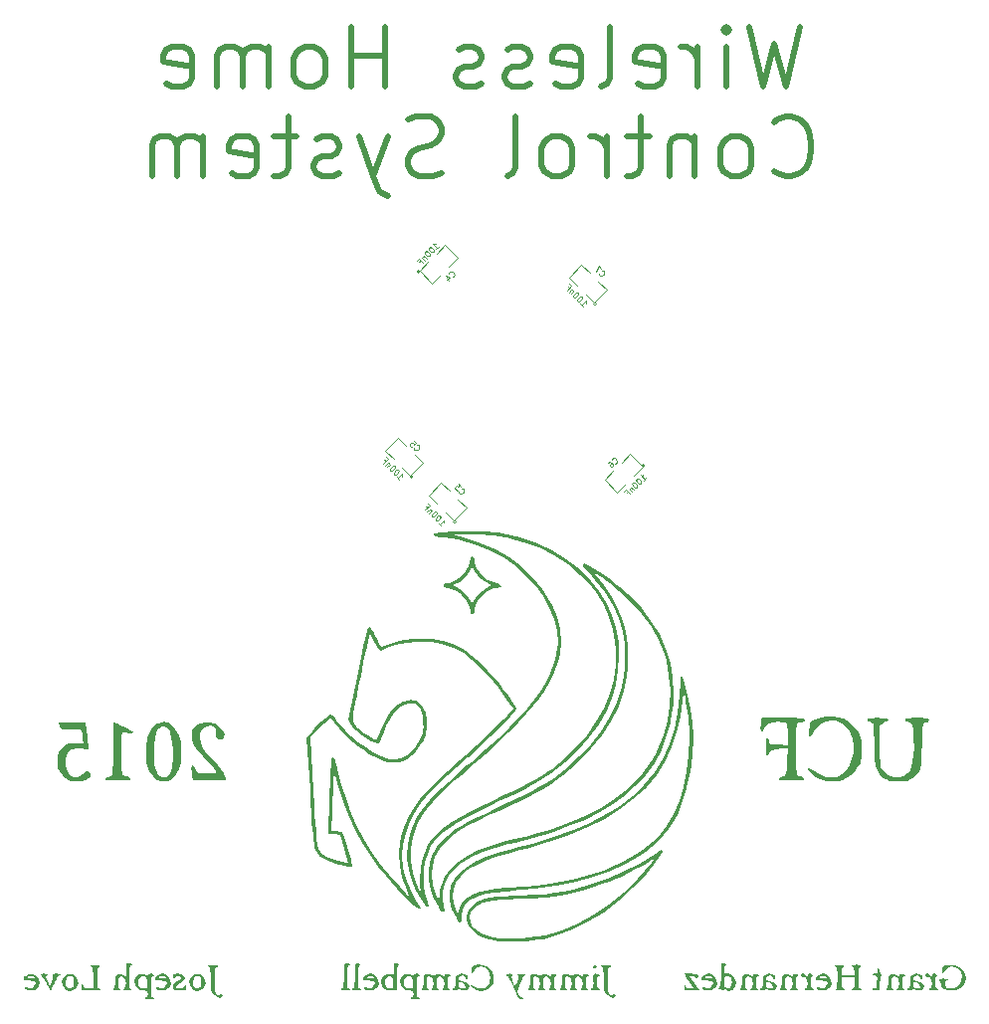
<source format=gbo>
G04 (created by PCBNEW (2013-may-18)-stable) date Sun 14 Jun 2015 08:39:56 PM EDT*
%MOIN*%
G04 Gerber Fmt 3.4, Leading zero omitted, Abs format*
%FSLAX34Y34*%
G01*
G70*
G90*
G04 APERTURE LIST*
%ADD10C,0.00590551*%
%ADD11C,0.02*%
%ADD12C,0.0039*%
%ADD13C,0.0001*%
%ADD14C,0.0043*%
G04 APERTURE END LIST*
G54D10*
G54D11*
X62564Y-29709D02*
X62088Y-31709D01*
X61707Y-30280D01*
X61326Y-31709D01*
X60850Y-29709D01*
X60088Y-31709D02*
X60088Y-30376D01*
X60088Y-29709D02*
X60183Y-29804D01*
X60088Y-29900D01*
X59992Y-29804D01*
X60088Y-29709D01*
X60088Y-29900D01*
X59135Y-31709D02*
X59135Y-30376D01*
X59135Y-30757D02*
X59040Y-30566D01*
X58945Y-30471D01*
X58754Y-30376D01*
X58564Y-30376D01*
X57135Y-31614D02*
X57326Y-31709D01*
X57707Y-31709D01*
X57897Y-31614D01*
X57992Y-31423D01*
X57992Y-30661D01*
X57897Y-30471D01*
X57707Y-30376D01*
X57326Y-30376D01*
X57135Y-30471D01*
X57040Y-30661D01*
X57040Y-30852D01*
X57992Y-31042D01*
X55897Y-31709D02*
X56088Y-31614D01*
X56183Y-31423D01*
X56183Y-29709D01*
X54373Y-31614D02*
X54564Y-31709D01*
X54945Y-31709D01*
X55135Y-31614D01*
X55230Y-31423D01*
X55230Y-30661D01*
X55135Y-30471D01*
X54945Y-30376D01*
X54564Y-30376D01*
X54373Y-30471D01*
X54278Y-30661D01*
X54278Y-30852D01*
X55230Y-31042D01*
X53516Y-31614D02*
X53326Y-31709D01*
X52945Y-31709D01*
X52754Y-31614D01*
X52659Y-31423D01*
X52659Y-31328D01*
X52754Y-31138D01*
X52945Y-31042D01*
X53230Y-31042D01*
X53421Y-30947D01*
X53516Y-30757D01*
X53516Y-30661D01*
X53421Y-30471D01*
X53230Y-30376D01*
X52945Y-30376D01*
X52754Y-30471D01*
X51897Y-31614D02*
X51707Y-31709D01*
X51326Y-31709D01*
X51135Y-31614D01*
X51040Y-31423D01*
X51040Y-31328D01*
X51135Y-31138D01*
X51326Y-31042D01*
X51611Y-31042D01*
X51802Y-30947D01*
X51897Y-30757D01*
X51897Y-30661D01*
X51802Y-30471D01*
X51611Y-30376D01*
X51326Y-30376D01*
X51135Y-30471D01*
X48659Y-31709D02*
X48659Y-29709D01*
X48659Y-30661D02*
X47516Y-30661D01*
X47516Y-31709D02*
X47516Y-29709D01*
X46278Y-31709D02*
X46469Y-31614D01*
X46564Y-31519D01*
X46659Y-31328D01*
X46659Y-30757D01*
X46564Y-30566D01*
X46469Y-30471D01*
X46278Y-30376D01*
X45992Y-30376D01*
X45802Y-30471D01*
X45707Y-30566D01*
X45611Y-30757D01*
X45611Y-31328D01*
X45707Y-31519D01*
X45802Y-31614D01*
X45992Y-31709D01*
X46278Y-31709D01*
X44754Y-31709D02*
X44754Y-30376D01*
X44754Y-30566D02*
X44659Y-30471D01*
X44469Y-30376D01*
X44183Y-30376D01*
X43992Y-30471D01*
X43897Y-30661D01*
X43897Y-31709D01*
X43897Y-30661D02*
X43802Y-30471D01*
X43611Y-30376D01*
X43326Y-30376D01*
X43135Y-30471D01*
X43040Y-30661D01*
X43040Y-31709D01*
X41326Y-31614D02*
X41516Y-31709D01*
X41897Y-31709D01*
X42088Y-31614D01*
X42183Y-31423D01*
X42183Y-30661D01*
X42088Y-30471D01*
X41897Y-30376D01*
X41516Y-30376D01*
X41326Y-30471D01*
X41230Y-30661D01*
X41230Y-30852D01*
X42183Y-31042D01*
X61707Y-34519D02*
X61802Y-34614D01*
X62088Y-34709D01*
X62278Y-34709D01*
X62564Y-34614D01*
X62754Y-34423D01*
X62849Y-34233D01*
X62945Y-33852D01*
X62945Y-33566D01*
X62849Y-33185D01*
X62754Y-32995D01*
X62564Y-32804D01*
X62278Y-32709D01*
X62088Y-32709D01*
X61802Y-32804D01*
X61707Y-32900D01*
X60564Y-34709D02*
X60754Y-34614D01*
X60849Y-34519D01*
X60945Y-34328D01*
X60945Y-33757D01*
X60849Y-33566D01*
X60754Y-33471D01*
X60564Y-33376D01*
X60278Y-33376D01*
X60088Y-33471D01*
X59992Y-33566D01*
X59897Y-33757D01*
X59897Y-34328D01*
X59992Y-34519D01*
X60088Y-34614D01*
X60278Y-34709D01*
X60564Y-34709D01*
X59040Y-33376D02*
X59040Y-34709D01*
X59040Y-33566D02*
X58945Y-33471D01*
X58754Y-33376D01*
X58469Y-33376D01*
X58278Y-33471D01*
X58183Y-33661D01*
X58183Y-34709D01*
X57516Y-33376D02*
X56754Y-33376D01*
X57230Y-32709D02*
X57230Y-34423D01*
X57135Y-34614D01*
X56945Y-34709D01*
X56754Y-34709D01*
X56088Y-34709D02*
X56088Y-33376D01*
X56088Y-33757D02*
X55992Y-33566D01*
X55897Y-33471D01*
X55707Y-33376D01*
X55516Y-33376D01*
X54564Y-34709D02*
X54754Y-34614D01*
X54849Y-34519D01*
X54945Y-34328D01*
X54945Y-33757D01*
X54849Y-33566D01*
X54754Y-33471D01*
X54564Y-33376D01*
X54278Y-33376D01*
X54088Y-33471D01*
X53992Y-33566D01*
X53897Y-33757D01*
X53897Y-34328D01*
X53992Y-34519D01*
X54088Y-34614D01*
X54278Y-34709D01*
X54564Y-34709D01*
X52754Y-34709D02*
X52945Y-34614D01*
X53040Y-34423D01*
X53040Y-32709D01*
X50564Y-34614D02*
X50278Y-34709D01*
X49802Y-34709D01*
X49611Y-34614D01*
X49516Y-34519D01*
X49421Y-34328D01*
X49421Y-34138D01*
X49516Y-33947D01*
X49611Y-33852D01*
X49802Y-33757D01*
X50183Y-33661D01*
X50373Y-33566D01*
X50469Y-33471D01*
X50564Y-33280D01*
X50564Y-33090D01*
X50469Y-32900D01*
X50373Y-32804D01*
X50183Y-32709D01*
X49707Y-32709D01*
X49421Y-32804D01*
X48754Y-33376D02*
X48278Y-34709D01*
X47802Y-33376D02*
X48278Y-34709D01*
X48469Y-35185D01*
X48564Y-35280D01*
X48754Y-35376D01*
X47135Y-34614D02*
X46945Y-34709D01*
X46564Y-34709D01*
X46373Y-34614D01*
X46278Y-34423D01*
X46278Y-34328D01*
X46373Y-34138D01*
X46564Y-34042D01*
X46850Y-34042D01*
X47040Y-33947D01*
X47135Y-33757D01*
X47135Y-33661D01*
X47040Y-33471D01*
X46850Y-33376D01*
X46564Y-33376D01*
X46373Y-33471D01*
X45707Y-33376D02*
X44945Y-33376D01*
X45421Y-32709D02*
X45421Y-34423D01*
X45326Y-34614D01*
X45135Y-34709D01*
X44945Y-34709D01*
X43516Y-34614D02*
X43707Y-34709D01*
X44088Y-34709D01*
X44278Y-34614D01*
X44373Y-34423D01*
X44373Y-33661D01*
X44278Y-33471D01*
X44088Y-33376D01*
X43707Y-33376D01*
X43516Y-33471D01*
X43421Y-33661D01*
X43421Y-33852D01*
X44373Y-34042D01*
X42564Y-34709D02*
X42564Y-33376D01*
X42564Y-33566D02*
X42469Y-33471D01*
X42278Y-33376D01*
X41992Y-33376D01*
X41802Y-33471D01*
X41707Y-33661D01*
X41707Y-34709D01*
X41707Y-33661D02*
X41611Y-33471D01*
X41421Y-33376D01*
X41135Y-33376D01*
X40945Y-33471D01*
X40850Y-33661D01*
X40850Y-34709D01*
G54D12*
X55747Y-38971D02*
G75*
G03X55747Y-38971I-49J0D01*
G74*
G01*
X55379Y-38653D02*
X55662Y-38936D01*
X55662Y-38936D02*
X56086Y-38512D01*
X56086Y-38512D02*
X55803Y-38229D01*
X55520Y-37946D02*
X55237Y-37663D01*
X55237Y-37663D02*
X54813Y-38087D01*
X54813Y-38087D02*
X55096Y-38370D01*
X49828Y-37897D02*
G75*
G03X49828Y-37897I-49J0D01*
G74*
G01*
X50096Y-37579D02*
X49813Y-37862D01*
X49813Y-37862D02*
X50237Y-38286D01*
X50237Y-38286D02*
X50520Y-38003D01*
X50803Y-37720D02*
X51086Y-37437D01*
X51086Y-37437D02*
X50662Y-37013D01*
X50662Y-37013D02*
X50379Y-37296D01*
X49597Y-44771D02*
G75*
G03X49597Y-44771I-49J0D01*
G74*
G01*
X49229Y-44453D02*
X49512Y-44736D01*
X49512Y-44736D02*
X49936Y-44312D01*
X49936Y-44312D02*
X49653Y-44029D01*
X49370Y-43746D02*
X49087Y-43463D01*
X49087Y-43463D02*
X48663Y-43887D01*
X48663Y-43887D02*
X48946Y-44170D01*
X57371Y-44402D02*
G75*
G03X57371Y-44402I-49J0D01*
G74*
G01*
X57003Y-44720D02*
X57286Y-44437D01*
X57286Y-44437D02*
X56862Y-44013D01*
X56862Y-44013D02*
X56579Y-44296D01*
X56296Y-44579D02*
X56013Y-44862D01*
X56013Y-44862D02*
X56437Y-45286D01*
X56437Y-45286D02*
X56720Y-45003D01*
X51047Y-46271D02*
G75*
G03X51047Y-46271I-49J0D01*
G74*
G01*
X50679Y-45953D02*
X50962Y-46236D01*
X50962Y-46236D02*
X51386Y-45812D01*
X51386Y-45812D02*
X51103Y-45529D01*
X50820Y-45246D02*
X50537Y-44963D01*
X50537Y-44963D02*
X50113Y-45387D01*
X50113Y-45387D02*
X50396Y-45670D01*
G54D13*
G36*
X36571Y-61486D02*
X36572Y-61545D01*
X36731Y-61423D01*
X36844Y-61420D01*
X36954Y-61460D01*
X37001Y-61498D01*
X37070Y-61606D01*
X37087Y-61723D01*
X37057Y-61835D01*
X36986Y-61925D01*
X36881Y-61976D01*
X36820Y-61983D01*
X36714Y-61970D01*
X36629Y-61937D01*
X36585Y-61893D01*
X36583Y-61881D01*
X36606Y-61865D01*
X36648Y-61882D01*
X36724Y-61911D01*
X36764Y-61917D01*
X36836Y-61889D01*
X36904Y-61823D01*
X36946Y-61744D01*
X36950Y-61717D01*
X36942Y-61679D01*
X36933Y-61673D01*
X36933Y-61567D01*
X36920Y-61538D01*
X36915Y-61531D01*
X36855Y-61497D01*
X36777Y-61492D01*
X36712Y-61515D01*
X36691Y-61542D01*
X36707Y-61570D01*
X36781Y-61582D01*
X36818Y-61583D01*
X36903Y-61580D01*
X36933Y-61567D01*
X36933Y-61673D01*
X36910Y-61659D01*
X36838Y-61651D01*
X36751Y-61650D01*
X36552Y-61650D01*
X36571Y-61486D01*
G37*
G36*
X40916Y-61457D02*
X40880Y-61490D01*
X40867Y-61495D01*
X40843Y-61518D01*
X40828Y-61571D01*
X40819Y-61665D01*
X40817Y-61813D01*
X40817Y-61850D01*
X40818Y-62010D01*
X40826Y-62114D01*
X40839Y-62174D01*
X40861Y-62202D01*
X40867Y-62204D01*
X40915Y-62235D01*
X40903Y-62262D01*
X40838Y-62279D01*
X40767Y-62283D01*
X40677Y-62277D01*
X40623Y-62262D01*
X40617Y-62253D01*
X40643Y-62217D01*
X40667Y-62204D01*
X40704Y-62158D01*
X40717Y-62084D01*
X40710Y-62017D01*
X40710Y-61755D01*
X40700Y-61632D01*
X40658Y-61541D01*
X40594Y-61490D01*
X40521Y-61488D01*
X40447Y-61541D01*
X40435Y-61557D01*
X40390Y-61665D01*
X40394Y-61770D01*
X40442Y-61855D01*
X40525Y-61905D01*
X40595Y-61910D01*
X40661Y-61898D01*
X40693Y-61866D01*
X40707Y-61795D01*
X40710Y-61755D01*
X40710Y-62017D01*
X40678Y-61989D01*
X40600Y-61983D01*
X40598Y-61983D01*
X40456Y-61964D01*
X40358Y-61900D01*
X40298Y-61800D01*
X40274Y-61679D01*
X40294Y-61562D01*
X40352Y-61472D01*
X40384Y-61449D01*
X40486Y-61419D01*
X40588Y-61427D01*
X40647Y-61458D01*
X40687Y-61483D01*
X40707Y-61458D01*
X40748Y-61428D01*
X40819Y-61417D01*
X40893Y-61428D01*
X40916Y-61457D01*
X40916Y-61457D01*
X40916Y-61457D01*
G37*
G36*
X49816Y-61457D02*
X49780Y-61490D01*
X49767Y-61495D01*
X49743Y-61518D01*
X49728Y-61571D01*
X49719Y-61665D01*
X49717Y-61813D01*
X49717Y-61850D01*
X49718Y-62010D01*
X49726Y-62114D01*
X49739Y-62174D01*
X49761Y-62202D01*
X49767Y-62204D01*
X49815Y-62235D01*
X49803Y-62262D01*
X49738Y-62279D01*
X49667Y-62283D01*
X49577Y-62277D01*
X49523Y-62262D01*
X49517Y-62253D01*
X49543Y-62217D01*
X49567Y-62204D01*
X49604Y-62158D01*
X49617Y-62084D01*
X49610Y-62017D01*
X49610Y-61755D01*
X49600Y-61632D01*
X49558Y-61541D01*
X49494Y-61490D01*
X49421Y-61488D01*
X49347Y-61541D01*
X49335Y-61557D01*
X49290Y-61665D01*
X49294Y-61770D01*
X49342Y-61855D01*
X49425Y-61905D01*
X49495Y-61910D01*
X49561Y-61898D01*
X49593Y-61866D01*
X49607Y-61795D01*
X49610Y-61755D01*
X49610Y-62017D01*
X49578Y-61989D01*
X49500Y-61983D01*
X49498Y-61983D01*
X49356Y-61964D01*
X49258Y-61900D01*
X49198Y-61800D01*
X49174Y-61679D01*
X49194Y-61562D01*
X49252Y-61472D01*
X49284Y-61449D01*
X49386Y-61419D01*
X49488Y-61427D01*
X49547Y-61458D01*
X49587Y-61483D01*
X49607Y-61458D01*
X49648Y-61428D01*
X49719Y-61417D01*
X49793Y-61428D01*
X49816Y-61457D01*
X49816Y-61457D01*
X49816Y-61457D01*
G37*
G36*
X53368Y-61430D02*
X53356Y-61451D01*
X53342Y-61462D01*
X53302Y-61513D01*
X53248Y-61607D01*
X53191Y-61726D01*
X53181Y-61750D01*
X53122Y-61911D01*
X53104Y-62028D01*
X53128Y-62110D01*
X53195Y-62166D01*
X53235Y-62184D01*
X53290Y-62218D01*
X53300Y-62250D01*
X53248Y-62282D01*
X53180Y-62259D01*
X53141Y-62225D01*
X53106Y-62171D01*
X53054Y-62071D01*
X52992Y-61941D01*
X52947Y-61838D01*
X52885Y-61702D01*
X52828Y-61590D01*
X52783Y-61516D01*
X52761Y-61493D01*
X52717Y-61463D01*
X52732Y-61435D01*
X52797Y-61418D01*
X52833Y-61417D01*
X52909Y-61421D01*
X52930Y-61439D01*
X52914Y-61475D01*
X52898Y-61531D01*
X52915Y-61612D01*
X52942Y-61683D01*
X53006Y-61833D01*
X53082Y-61685D01*
X53127Y-61586D01*
X53136Y-61520D01*
X53120Y-61477D01*
X53104Y-61441D01*
X53123Y-61423D01*
X53189Y-61418D01*
X53241Y-61418D01*
X53333Y-61420D01*
X53368Y-61430D01*
X53368Y-61430D01*
X53368Y-61430D01*
G37*
G36*
X43217Y-62150D02*
X43193Y-62204D01*
X43132Y-62220D01*
X43049Y-62199D01*
X42961Y-62143D01*
X42931Y-62114D01*
X42890Y-62069D01*
X42862Y-62024D01*
X42844Y-61967D01*
X42833Y-61884D01*
X42826Y-61760D01*
X42821Y-61607D01*
X42814Y-61428D01*
X42805Y-61304D01*
X42791Y-61224D01*
X42771Y-61178D01*
X42754Y-61160D01*
X42734Y-61137D01*
X42755Y-61124D01*
X42829Y-61118D01*
X42892Y-61118D01*
X43003Y-61123D01*
X43069Y-61139D01*
X43083Y-61162D01*
X43038Y-61186D01*
X43017Y-61193D01*
X42988Y-61205D01*
X42969Y-61232D01*
X42957Y-61285D01*
X42952Y-61376D01*
X42950Y-61517D01*
X42950Y-61595D01*
X42954Y-61816D01*
X42968Y-61976D01*
X42992Y-62081D01*
X43028Y-62137D01*
X43066Y-62150D01*
X43111Y-62132D01*
X43117Y-62117D01*
X43143Y-62087D01*
X43167Y-62083D01*
X43207Y-62111D01*
X43217Y-62150D01*
X43217Y-62150D01*
X43217Y-62150D01*
G37*
G36*
X56383Y-62150D02*
X56359Y-62204D01*
X56298Y-62220D01*
X56216Y-62199D01*
X56128Y-62143D01*
X56098Y-62114D01*
X56057Y-62069D01*
X56028Y-62024D01*
X56010Y-61967D01*
X56000Y-61884D01*
X55993Y-61760D01*
X55988Y-61607D01*
X55981Y-61428D01*
X55971Y-61304D01*
X55957Y-61224D01*
X55938Y-61178D01*
X55921Y-61160D01*
X55900Y-61137D01*
X55922Y-61124D01*
X55996Y-61118D01*
X56058Y-61118D01*
X56170Y-61123D01*
X56236Y-61139D01*
X56250Y-61162D01*
X56205Y-61186D01*
X56183Y-61193D01*
X56154Y-61205D01*
X56135Y-61232D01*
X56124Y-61285D01*
X56118Y-61376D01*
X56117Y-61517D01*
X56117Y-61595D01*
X56121Y-61816D01*
X56135Y-61976D01*
X56159Y-62081D01*
X56195Y-62137D01*
X56232Y-62150D01*
X56277Y-62132D01*
X56283Y-62117D01*
X56310Y-62087D01*
X56333Y-62083D01*
X56374Y-62111D01*
X56383Y-62150D01*
X56383Y-62150D01*
X56383Y-62150D01*
G37*
G36*
X37783Y-61450D02*
X37757Y-61480D01*
X37739Y-61483D01*
X37707Y-61512D01*
X37660Y-61588D01*
X37608Y-61696D01*
X37596Y-61723D01*
X37545Y-61837D01*
X37499Y-61926D01*
X37467Y-61971D01*
X37463Y-61973D01*
X37435Y-61950D01*
X37390Y-61879D01*
X37337Y-61773D01*
X37319Y-61734D01*
X37263Y-61618D01*
X37210Y-61530D01*
X37171Y-61486D01*
X37163Y-61483D01*
X37121Y-61464D01*
X37117Y-61450D01*
X37146Y-61428D01*
X37218Y-61417D01*
X37233Y-61417D01*
X37312Y-61427D01*
X37350Y-61450D01*
X37338Y-61479D01*
X37312Y-61490D01*
X37302Y-61526D01*
X37332Y-61611D01*
X37357Y-61664D01*
X37439Y-61826D01*
X37496Y-61684D01*
X37526Y-61584D01*
X37535Y-61501D01*
X37532Y-61480D01*
X37528Y-61439D01*
X37560Y-61421D01*
X37642Y-61417D01*
X37648Y-61417D01*
X37732Y-61424D01*
X37779Y-61442D01*
X37783Y-61450D01*
X37783Y-61450D01*
X37783Y-61450D01*
G37*
G36*
X38379Y-61744D02*
X38336Y-61864D01*
X38314Y-61895D01*
X38245Y-61947D01*
X38245Y-61668D01*
X38243Y-61640D01*
X38231Y-61548D01*
X38203Y-61504D01*
X38156Y-61489D01*
X38075Y-61496D01*
X38032Y-61517D01*
X37986Y-61591D01*
X37962Y-61696D01*
X37966Y-61801D01*
X37981Y-61846D01*
X38043Y-61903D01*
X38124Y-61914D01*
X38196Y-61877D01*
X38217Y-61849D01*
X38238Y-61772D01*
X38245Y-61668D01*
X38245Y-61947D01*
X38221Y-61966D01*
X38105Y-61987D01*
X37991Y-61958D01*
X37926Y-61908D01*
X37847Y-61788D01*
X37833Y-61666D01*
X37850Y-61599D01*
X37920Y-61485D01*
X38024Y-61428D01*
X38110Y-61418D01*
X38230Y-61445D01*
X38320Y-61518D01*
X38372Y-61623D01*
X38379Y-61744D01*
X38379Y-61744D01*
X38379Y-61744D01*
G37*
G36*
X39117Y-61934D02*
X39104Y-61957D01*
X39029Y-61973D01*
X38896Y-61982D01*
X38800Y-61983D01*
X38483Y-61983D01*
X38484Y-61858D01*
X38485Y-61733D01*
X38554Y-61825D01*
X38619Y-61890D01*
X38703Y-61915D01*
X38753Y-61917D01*
X38883Y-61917D01*
X38883Y-61562D01*
X38882Y-61399D01*
X38875Y-61289D01*
X38863Y-61220D01*
X38842Y-61179D01*
X38825Y-61163D01*
X38799Y-61137D01*
X38815Y-61124D01*
X38882Y-61118D01*
X38942Y-61118D01*
X39049Y-61124D01*
X39109Y-61142D01*
X39113Y-61169D01*
X39067Y-61195D01*
X39043Y-61218D01*
X39028Y-61271D01*
X39019Y-61365D01*
X39017Y-61513D01*
X39017Y-61550D01*
X39018Y-61710D01*
X39026Y-61814D01*
X39039Y-61874D01*
X39061Y-61902D01*
X39067Y-61904D01*
X39117Y-61934D01*
X39117Y-61934D01*
X39117Y-61934D01*
G37*
G36*
X40179Y-61105D02*
X40164Y-61124D01*
X40142Y-61133D01*
X40116Y-61151D01*
X40099Y-61189D01*
X40089Y-61258D01*
X40084Y-61370D01*
X40083Y-61536D01*
X40083Y-61537D01*
X40086Y-61706D01*
X40094Y-61831D01*
X40106Y-61902D01*
X40117Y-61917D01*
X40149Y-61942D01*
X40150Y-61950D01*
X40120Y-61970D01*
X40046Y-61982D01*
X40011Y-61983D01*
X39926Y-61981D01*
X39897Y-61970D01*
X39912Y-61940D01*
X39928Y-61922D01*
X39967Y-61842D01*
X39983Y-61728D01*
X39983Y-61723D01*
X39974Y-61622D01*
X39938Y-61560D01*
X39900Y-61530D01*
X39816Y-61496D01*
X39759Y-61522D01*
X39726Y-61608D01*
X39717Y-61737D01*
X39722Y-61836D01*
X39737Y-61901D01*
X39750Y-61917D01*
X39782Y-61942D01*
X39783Y-61950D01*
X39754Y-61972D01*
X39682Y-61983D01*
X39667Y-61983D01*
X39589Y-61975D01*
X39551Y-61956D01*
X39550Y-61952D01*
X39574Y-61907D01*
X39583Y-61900D01*
X39601Y-61858D01*
X39613Y-61770D01*
X39617Y-61688D01*
X39623Y-61576D01*
X39640Y-61490D01*
X39657Y-61457D01*
X39736Y-61420D01*
X39838Y-61432D01*
X39909Y-61468D01*
X39983Y-61520D01*
X39983Y-61285D01*
X39986Y-61155D01*
X40000Y-61082D01*
X40031Y-61055D01*
X40088Y-61065D01*
X40133Y-61082D01*
X40179Y-61105D01*
X40179Y-61105D01*
X40179Y-61105D01*
G37*
G36*
X41487Y-61740D02*
X41453Y-61852D01*
X41406Y-61911D01*
X41305Y-61966D01*
X41180Y-61982D01*
X41061Y-61957D01*
X41042Y-61947D01*
X40992Y-61905D01*
X40985Y-61873D01*
X41021Y-61870D01*
X41048Y-61882D01*
X41124Y-61911D01*
X41164Y-61917D01*
X41236Y-61889D01*
X41304Y-61823D01*
X41346Y-61744D01*
X41350Y-61717D01*
X41343Y-61679D01*
X41333Y-61672D01*
X41333Y-61567D01*
X41320Y-61538D01*
X41315Y-61531D01*
X41255Y-61497D01*
X41177Y-61492D01*
X41112Y-61515D01*
X41091Y-61542D01*
X41107Y-61570D01*
X41181Y-61582D01*
X41218Y-61583D01*
X41303Y-61580D01*
X41333Y-61567D01*
X41333Y-61672D01*
X41311Y-61659D01*
X41239Y-61651D01*
X41148Y-61650D01*
X41037Y-61648D01*
X40979Y-61640D01*
X40960Y-61619D01*
X40966Y-61580D01*
X40968Y-61575D01*
X41027Y-61475D01*
X41130Y-61424D01*
X41208Y-61417D01*
X41327Y-61445D01*
X41418Y-61520D01*
X41473Y-61623D01*
X41487Y-61740D01*
X41487Y-61740D01*
X41487Y-61740D01*
G37*
G36*
X41982Y-61875D02*
X41980Y-61940D01*
X41958Y-61972D01*
X41901Y-61982D01*
X41825Y-61982D01*
X41717Y-61975D01*
X41631Y-61957D01*
X41608Y-61947D01*
X41551Y-61886D01*
X41551Y-61809D01*
X41602Y-61728D01*
X41700Y-61653D01*
X41761Y-61622D01*
X41823Y-61583D01*
X41842Y-61542D01*
X41842Y-61541D01*
X41799Y-61500D01*
X41728Y-61489D01*
X41663Y-61509D01*
X41642Y-61531D01*
X41601Y-61567D01*
X41565Y-61547D01*
X41550Y-61481D01*
X41561Y-61440D01*
X41605Y-61421D01*
X41693Y-61417D01*
X41831Y-61435D01*
X41918Y-61484D01*
X41951Y-61553D01*
X41927Y-61632D01*
X41842Y-61711D01*
X41800Y-61735D01*
X41706Y-61797D01*
X41670Y-61851D01*
X41694Y-61892D01*
X41764Y-61911D01*
X41858Y-61900D01*
X41922Y-61844D01*
X41982Y-61767D01*
X41982Y-61875D01*
X41982Y-61875D01*
X41982Y-61875D01*
G37*
G36*
X42646Y-61744D02*
X42602Y-61864D01*
X42581Y-61895D01*
X42511Y-61947D01*
X42511Y-61668D01*
X42510Y-61640D01*
X42497Y-61548D01*
X42470Y-61504D01*
X42423Y-61489D01*
X42342Y-61496D01*
X42299Y-61517D01*
X42252Y-61591D01*
X42229Y-61696D01*
X42232Y-61801D01*
X42248Y-61846D01*
X42310Y-61903D01*
X42391Y-61914D01*
X42463Y-61877D01*
X42484Y-61849D01*
X42505Y-61772D01*
X42511Y-61668D01*
X42511Y-61947D01*
X42487Y-61966D01*
X42372Y-61987D01*
X42258Y-61958D01*
X42193Y-61908D01*
X42114Y-61788D01*
X42099Y-61666D01*
X42117Y-61599D01*
X42186Y-61485D01*
X42291Y-61428D01*
X42376Y-61418D01*
X42497Y-61445D01*
X42586Y-61518D01*
X42638Y-61623D01*
X42646Y-61744D01*
X42646Y-61744D01*
X42646Y-61744D01*
G37*
G36*
X47481Y-61935D02*
X47470Y-61962D01*
X47405Y-61979D01*
X47333Y-61983D01*
X47244Y-61977D01*
X47190Y-61962D01*
X47183Y-61953D01*
X47210Y-61917D01*
X47233Y-61904D01*
X47255Y-61885D01*
X47269Y-61838D01*
X47278Y-61754D01*
X47282Y-61622D01*
X47283Y-61468D01*
X47284Y-61288D01*
X47289Y-61166D01*
X47301Y-61093D01*
X47324Y-61060D01*
X47362Y-61057D01*
X47418Y-61076D01*
X47433Y-61082D01*
X47479Y-61105D01*
X47464Y-61124D01*
X47442Y-61133D01*
X47415Y-61152D01*
X47398Y-61190D01*
X47389Y-61261D01*
X47384Y-61376D01*
X47383Y-61521D01*
X47385Y-61688D01*
X47391Y-61799D01*
X47403Y-61866D01*
X47422Y-61898D01*
X47433Y-61904D01*
X47481Y-61935D01*
X47481Y-61935D01*
X47481Y-61935D01*
G37*
G36*
X47848Y-61935D02*
X47836Y-61962D01*
X47771Y-61979D01*
X47700Y-61983D01*
X47610Y-61977D01*
X47557Y-61962D01*
X47550Y-61953D01*
X47576Y-61917D01*
X47600Y-61904D01*
X47621Y-61885D01*
X47636Y-61838D01*
X47645Y-61754D01*
X47649Y-61622D01*
X47650Y-61468D01*
X47651Y-61288D01*
X47655Y-61166D01*
X47668Y-61093D01*
X47691Y-61060D01*
X47729Y-61057D01*
X47785Y-61076D01*
X47800Y-61082D01*
X47845Y-61105D01*
X47830Y-61124D01*
X47808Y-61133D01*
X47782Y-61152D01*
X47765Y-61190D01*
X47755Y-61261D01*
X47751Y-61376D01*
X47750Y-61521D01*
X47752Y-61688D01*
X47758Y-61799D01*
X47770Y-61866D01*
X47789Y-61898D01*
X47800Y-61904D01*
X47848Y-61935D01*
X47848Y-61935D01*
X47848Y-61935D01*
G37*
G36*
X48454Y-61740D02*
X48419Y-61852D01*
X48373Y-61911D01*
X48272Y-61966D01*
X48146Y-61982D01*
X48028Y-61957D01*
X48008Y-61947D01*
X47959Y-61905D01*
X47952Y-61873D01*
X47987Y-61870D01*
X48014Y-61882D01*
X48091Y-61911D01*
X48131Y-61917D01*
X48203Y-61889D01*
X48271Y-61823D01*
X48313Y-61744D01*
X48317Y-61717D01*
X48309Y-61679D01*
X48300Y-61673D01*
X48300Y-61567D01*
X48287Y-61538D01*
X48282Y-61531D01*
X48222Y-61497D01*
X48144Y-61492D01*
X48079Y-61515D01*
X48058Y-61542D01*
X48073Y-61570D01*
X48147Y-61582D01*
X48184Y-61583D01*
X48270Y-61580D01*
X48300Y-61567D01*
X48300Y-61673D01*
X48278Y-61659D01*
X48206Y-61651D01*
X48114Y-61650D01*
X48003Y-61648D01*
X47945Y-61640D01*
X47926Y-61619D01*
X47933Y-61580D01*
X47934Y-61575D01*
X47993Y-61475D01*
X48097Y-61424D01*
X48174Y-61417D01*
X48293Y-61445D01*
X48384Y-61520D01*
X48440Y-61623D01*
X48454Y-61740D01*
X48454Y-61740D01*
X48454Y-61740D01*
G37*
G36*
X49145Y-61105D02*
X49130Y-61124D01*
X49108Y-61133D01*
X49083Y-61151D01*
X49067Y-61187D01*
X49057Y-61253D01*
X49051Y-61361D01*
X49050Y-61522D01*
X49050Y-61562D01*
X49050Y-61967D01*
X48943Y-61972D01*
X48943Y-61739D01*
X48935Y-61610D01*
X48898Y-61521D01*
X48840Y-61479D01*
X48771Y-61490D01*
X48702Y-61557D01*
X48659Y-61660D01*
X48662Y-61764D01*
X48703Y-61850D01*
X48776Y-61903D01*
X48845Y-61910D01*
X48899Y-61897D01*
X48927Y-61863D01*
X48940Y-61788D01*
X48943Y-61739D01*
X48943Y-61972D01*
X48891Y-61975D01*
X48754Y-61967D01*
X48660Y-61925D01*
X48659Y-61925D01*
X48577Y-61826D01*
X48536Y-61703D01*
X48544Y-61584D01*
X48547Y-61574D01*
X48616Y-61476D01*
X48725Y-61427D01*
X48838Y-61427D01*
X48950Y-61446D01*
X48950Y-61248D01*
X48954Y-61130D01*
X48972Y-61069D01*
X49013Y-61055D01*
X49086Y-61077D01*
X49100Y-61082D01*
X49145Y-61105D01*
X49145Y-61105D01*
X49145Y-61105D01*
G37*
G36*
X50846Y-61477D02*
X50814Y-61499D01*
X50807Y-61502D01*
X50773Y-61529D01*
X50756Y-61590D01*
X50750Y-61699D01*
X50750Y-61720D01*
X50755Y-61825D01*
X50768Y-61896D01*
X50783Y-61917D01*
X50816Y-61942D01*
X50817Y-61950D01*
X50787Y-61972D01*
X50715Y-61983D01*
X50700Y-61983D01*
X50616Y-61972D01*
X50583Y-61944D01*
X50608Y-61906D01*
X50617Y-61900D01*
X50637Y-61857D01*
X50649Y-61772D01*
X50650Y-61732D01*
X50642Y-61630D01*
X50612Y-61567D01*
X50566Y-61530D01*
X50483Y-61496D01*
X50425Y-61522D01*
X50392Y-61608D01*
X50383Y-61737D01*
X50389Y-61836D01*
X50403Y-61901D01*
X50417Y-61917D01*
X50449Y-61942D01*
X50450Y-61950D01*
X50421Y-61972D01*
X50348Y-61983D01*
X50333Y-61983D01*
X50249Y-61972D01*
X50216Y-61944D01*
X50241Y-61906D01*
X50250Y-61900D01*
X50269Y-61857D01*
X50281Y-61772D01*
X50283Y-61720D01*
X50278Y-61619D01*
X50257Y-61563D01*
X50211Y-61528D01*
X50197Y-61521D01*
X50125Y-61499D01*
X50081Y-61501D01*
X50063Y-61542D01*
X50053Y-61623D01*
X50050Y-61722D01*
X50055Y-61819D01*
X50066Y-61890D01*
X50083Y-61917D01*
X50116Y-61942D01*
X50117Y-61950D01*
X50087Y-61972D01*
X50015Y-61983D01*
X50000Y-61983D01*
X49923Y-61975D01*
X49884Y-61956D01*
X49883Y-61952D01*
X49907Y-61907D01*
X49917Y-61900D01*
X49935Y-61857D01*
X49947Y-61771D01*
X49950Y-61701D01*
X49953Y-61589D01*
X49963Y-61500D01*
X49970Y-61469D01*
X50017Y-61428D01*
X50101Y-61418D01*
X50197Y-61441D01*
X50222Y-61453D01*
X50291Y-61472D01*
X50327Y-61453D01*
X50403Y-61419D01*
X50502Y-61431D01*
X50576Y-61468D01*
X50629Y-61502D01*
X50648Y-61494D01*
X50650Y-61468D01*
X50676Y-61427D01*
X50738Y-61419D01*
X50815Y-61448D01*
X50816Y-61449D01*
X50846Y-61477D01*
X50846Y-61477D01*
X50846Y-61477D01*
G37*
G36*
X51482Y-61843D02*
X51468Y-61911D01*
X51408Y-61962D01*
X51350Y-61973D01*
X51350Y-61854D01*
X51322Y-61775D01*
X51235Y-61717D01*
X51192Y-61702D01*
X51135Y-61695D01*
X51117Y-61734D01*
X51117Y-61758D01*
X51143Y-61856D01*
X51216Y-61909D01*
X51273Y-61917D01*
X51336Y-61897D01*
X51350Y-61854D01*
X51350Y-61973D01*
X51299Y-61983D01*
X51295Y-61983D01*
X51214Y-61973D01*
X51166Y-61948D01*
X51165Y-61947D01*
X51131Y-61929D01*
X51106Y-61947D01*
X51053Y-61974D01*
X50985Y-61982D01*
X50931Y-61973D01*
X50917Y-61953D01*
X50943Y-61917D01*
X50967Y-61904D01*
X50999Y-61868D01*
X51014Y-61784D01*
X51017Y-61703D01*
X51029Y-61559D01*
X51072Y-61469D01*
X51151Y-61424D01*
X51229Y-61417D01*
X51338Y-61433D01*
X51414Y-61476D01*
X51444Y-61536D01*
X51439Y-61564D01*
X51404Y-61600D01*
X51366Y-61585D01*
X51350Y-61531D01*
X51323Y-61495D01*
X51262Y-61483D01*
X51193Y-61493D01*
X51143Y-61525D01*
X51137Y-61536D01*
X51128Y-61598D01*
X51166Y-61637D01*
X51255Y-61663D01*
X51373Y-61705D01*
X51449Y-61770D01*
X51482Y-61843D01*
X51482Y-61843D01*
X51482Y-61843D01*
G37*
G36*
X52312Y-61603D02*
X52291Y-61731D01*
X52271Y-61777D01*
X52175Y-61888D01*
X52041Y-61958D01*
X51891Y-61985D01*
X51741Y-61963D01*
X51618Y-61896D01*
X51557Y-61838D01*
X51530Y-61797D01*
X51532Y-61790D01*
X51566Y-61796D01*
X51615Y-61832D01*
X51689Y-61872D01*
X51794Y-61902D01*
X51830Y-61908D01*
X51931Y-61913D01*
X52000Y-61892D01*
X52070Y-61835D01*
X52082Y-61823D01*
X52146Y-61747D01*
X52176Y-61670D01*
X52183Y-61559D01*
X52183Y-61555D01*
X52160Y-61391D01*
X52092Y-61272D01*
X51985Y-61201D01*
X51877Y-61183D01*
X51771Y-61196D01*
X51689Y-61245D01*
X51647Y-61287D01*
X51550Y-61390D01*
X51550Y-61286D01*
X51564Y-61203D01*
X51617Y-61157D01*
X51635Y-61149D01*
X51798Y-61116D01*
X51963Y-61132D01*
X52113Y-61190D01*
X52230Y-61286D01*
X52274Y-61351D01*
X52307Y-61466D01*
X52312Y-61603D01*
X52312Y-61603D01*
X52312Y-61603D01*
G37*
G36*
X54412Y-61477D02*
X54381Y-61499D01*
X54374Y-61502D01*
X54340Y-61529D01*
X54322Y-61590D01*
X54317Y-61699D01*
X54317Y-61720D01*
X54322Y-61825D01*
X54335Y-61896D01*
X54350Y-61917D01*
X54382Y-61942D01*
X54383Y-61950D01*
X54354Y-61972D01*
X54282Y-61983D01*
X54267Y-61983D01*
X54182Y-61972D01*
X54149Y-61944D01*
X54174Y-61906D01*
X54183Y-61900D01*
X54203Y-61857D01*
X54215Y-61772D01*
X54217Y-61732D01*
X54209Y-61630D01*
X54178Y-61567D01*
X54133Y-61530D01*
X54050Y-61496D01*
X53992Y-61522D01*
X53959Y-61608D01*
X53950Y-61737D01*
X53955Y-61836D01*
X53970Y-61901D01*
X53983Y-61917D01*
X54016Y-61942D01*
X54017Y-61950D01*
X53987Y-61972D01*
X53915Y-61983D01*
X53900Y-61983D01*
X53816Y-61972D01*
X53783Y-61944D01*
X53808Y-61906D01*
X53817Y-61900D01*
X53836Y-61857D01*
X53848Y-61772D01*
X53850Y-61720D01*
X53845Y-61619D01*
X53824Y-61563D01*
X53777Y-61528D01*
X53764Y-61521D01*
X53691Y-61499D01*
X53647Y-61501D01*
X53630Y-61542D01*
X53620Y-61623D01*
X53617Y-61722D01*
X53622Y-61819D01*
X53633Y-61890D01*
X53650Y-61917D01*
X53682Y-61942D01*
X53683Y-61950D01*
X53654Y-61972D01*
X53582Y-61983D01*
X53567Y-61983D01*
X53489Y-61975D01*
X53451Y-61956D01*
X53450Y-61952D01*
X53474Y-61907D01*
X53483Y-61900D01*
X53502Y-61857D01*
X53514Y-61771D01*
X53517Y-61701D01*
X53520Y-61589D01*
X53529Y-61500D01*
X53537Y-61469D01*
X53584Y-61428D01*
X53668Y-61418D01*
X53764Y-61441D01*
X53789Y-61453D01*
X53857Y-61472D01*
X53893Y-61453D01*
X53970Y-61419D01*
X54069Y-61431D01*
X54142Y-61468D01*
X54196Y-61502D01*
X54215Y-61494D01*
X54217Y-61468D01*
X54242Y-61427D01*
X54305Y-61419D01*
X54381Y-61448D01*
X54382Y-61449D01*
X54412Y-61477D01*
X54412Y-61477D01*
X54412Y-61477D01*
G37*
G36*
X55479Y-61477D02*
X55448Y-61499D01*
X55441Y-61502D01*
X55407Y-61529D01*
X55389Y-61590D01*
X55383Y-61699D01*
X55383Y-61720D01*
X55388Y-61825D01*
X55402Y-61896D01*
X55417Y-61917D01*
X55449Y-61942D01*
X55450Y-61950D01*
X55421Y-61972D01*
X55348Y-61983D01*
X55333Y-61983D01*
X55249Y-61972D01*
X55216Y-61944D01*
X55241Y-61906D01*
X55250Y-61900D01*
X55270Y-61857D01*
X55282Y-61772D01*
X55283Y-61732D01*
X55275Y-61630D01*
X55245Y-61567D01*
X55200Y-61530D01*
X55116Y-61496D01*
X55059Y-61522D01*
X55026Y-61608D01*
X55017Y-61737D01*
X55022Y-61836D01*
X55037Y-61901D01*
X55050Y-61917D01*
X55082Y-61942D01*
X55083Y-61950D01*
X55054Y-61972D01*
X54982Y-61983D01*
X54967Y-61983D01*
X54882Y-61972D01*
X54849Y-61944D01*
X54874Y-61906D01*
X54883Y-61900D01*
X54903Y-61857D01*
X54915Y-61772D01*
X54917Y-61720D01*
X54912Y-61619D01*
X54891Y-61563D01*
X54844Y-61528D01*
X54831Y-61521D01*
X54758Y-61499D01*
X54714Y-61501D01*
X54697Y-61542D01*
X54687Y-61623D01*
X54684Y-61722D01*
X54688Y-61819D01*
X54700Y-61890D01*
X54717Y-61917D01*
X54749Y-61942D01*
X54750Y-61950D01*
X54721Y-61972D01*
X54648Y-61983D01*
X54633Y-61983D01*
X54556Y-61975D01*
X54518Y-61956D01*
X54517Y-61952D01*
X54541Y-61907D01*
X54550Y-61900D01*
X54568Y-61857D01*
X54581Y-61771D01*
X54583Y-61701D01*
X54587Y-61589D01*
X54596Y-61500D01*
X54603Y-61469D01*
X54651Y-61428D01*
X54734Y-61418D01*
X54831Y-61441D01*
X54856Y-61453D01*
X54924Y-61472D01*
X54960Y-61453D01*
X55037Y-61419D01*
X55136Y-61431D01*
X55209Y-61468D01*
X55263Y-61502D01*
X55281Y-61494D01*
X55283Y-61468D01*
X55309Y-61427D01*
X55371Y-61419D01*
X55448Y-61448D01*
X55449Y-61449D01*
X55479Y-61477D01*
X55479Y-61477D01*
X55479Y-61477D01*
G37*
G36*
X55848Y-61935D02*
X55836Y-61962D01*
X55771Y-61979D01*
X55700Y-61983D01*
X55610Y-61977D01*
X55557Y-61962D01*
X55550Y-61953D01*
X55576Y-61917D01*
X55603Y-61903D01*
X55631Y-61880D01*
X55645Y-61827D01*
X55647Y-61730D01*
X55644Y-61650D01*
X55640Y-61528D01*
X55644Y-61457D01*
X55660Y-61425D01*
X55691Y-61417D01*
X55700Y-61417D01*
X55781Y-61433D01*
X55816Y-61449D01*
X55846Y-61477D01*
X55814Y-61499D01*
X55807Y-61502D01*
X55772Y-61546D01*
X55751Y-61632D01*
X55746Y-61734D01*
X55757Y-61829D01*
X55784Y-61893D01*
X55800Y-61904D01*
X55848Y-61935D01*
X55848Y-61935D01*
X55848Y-61935D01*
G37*
G36*
X59185Y-61983D02*
X58956Y-61983D01*
X58839Y-61980D01*
X58748Y-61972D01*
X58706Y-61961D01*
X58705Y-61961D01*
X58689Y-61914D01*
X58685Y-61853D01*
X58687Y-61767D01*
X58739Y-61842D01*
X58810Y-61901D01*
X58908Y-61917D01*
X59024Y-61917D01*
X58942Y-61808D01*
X58872Y-61710D01*
X58795Y-61596D01*
X58771Y-61558D01*
X58682Y-61417D01*
X58916Y-61417D01*
X59038Y-61418D01*
X59108Y-61425D01*
X59140Y-61443D01*
X59149Y-61477D01*
X59150Y-61500D01*
X59140Y-61569D01*
X59110Y-61575D01*
X59069Y-61530D01*
X59003Y-61492D01*
X58942Y-61489D01*
X58854Y-61500D01*
X59019Y-61742D01*
X59185Y-61983D01*
X59185Y-61983D01*
X59185Y-61983D01*
G37*
G36*
X59787Y-61740D02*
X59753Y-61852D01*
X59706Y-61911D01*
X59605Y-61966D01*
X59480Y-61982D01*
X59361Y-61957D01*
X59342Y-61947D01*
X59292Y-61905D01*
X59285Y-61873D01*
X59321Y-61870D01*
X59348Y-61882D01*
X59424Y-61911D01*
X59464Y-61917D01*
X59536Y-61889D01*
X59604Y-61823D01*
X59646Y-61744D01*
X59650Y-61717D01*
X59643Y-61679D01*
X59633Y-61672D01*
X59633Y-61567D01*
X59620Y-61538D01*
X59615Y-61531D01*
X59555Y-61497D01*
X59477Y-61492D01*
X59412Y-61515D01*
X59391Y-61542D01*
X59407Y-61570D01*
X59481Y-61582D01*
X59518Y-61583D01*
X59603Y-61580D01*
X59633Y-61567D01*
X59633Y-61672D01*
X59611Y-61659D01*
X59539Y-61651D01*
X59448Y-61650D01*
X59337Y-61648D01*
X59279Y-61640D01*
X59260Y-61619D01*
X59266Y-61580D01*
X59268Y-61575D01*
X59327Y-61475D01*
X59430Y-61424D01*
X59508Y-61417D01*
X59627Y-61445D01*
X59718Y-61520D01*
X59773Y-61623D01*
X59787Y-61740D01*
X59787Y-61740D01*
X59787Y-61740D01*
G37*
G36*
X60417Y-61715D02*
X60394Y-61834D01*
X60336Y-61925D01*
X60282Y-61960D01*
X60282Y-61713D01*
X60274Y-61611D01*
X60249Y-61534D01*
X60235Y-61518D01*
X60165Y-61490D01*
X60110Y-61489D01*
X60063Y-61504D01*
X60038Y-61545D01*
X60025Y-61630D01*
X60023Y-61665D01*
X60022Y-61777D01*
X60042Y-61843D01*
X60071Y-61874D01*
X60155Y-61914D01*
X60224Y-61893D01*
X60243Y-61877D01*
X60272Y-61812D01*
X60282Y-61713D01*
X60282Y-61960D01*
X60255Y-61978D01*
X60165Y-61985D01*
X60086Y-61942D01*
X60046Y-61917D01*
X60026Y-61942D01*
X60007Y-61974D01*
X59969Y-61976D01*
X59893Y-61949D01*
X59887Y-61947D01*
X59832Y-61919D01*
X59835Y-61888D01*
X59862Y-61855D01*
X59887Y-61814D01*
X59903Y-61748D01*
X59913Y-61646D01*
X59916Y-61494D01*
X59917Y-61422D01*
X59918Y-61254D01*
X59924Y-61143D01*
X59939Y-61080D01*
X59967Y-61056D01*
X60012Y-61061D01*
X60067Y-61082D01*
X60112Y-61105D01*
X60097Y-61124D01*
X60075Y-61133D01*
X60032Y-61177D01*
X60017Y-61269D01*
X60017Y-61287D01*
X60020Y-61371D01*
X60043Y-61407D01*
X60104Y-61416D01*
X60135Y-61417D01*
X60266Y-61445D01*
X60361Y-61526D01*
X60411Y-61649D01*
X60417Y-61715D01*
X60417Y-61715D01*
X60417Y-61715D01*
G37*
G36*
X61179Y-61477D02*
X61148Y-61499D01*
X61141Y-61502D01*
X61107Y-61529D01*
X61089Y-61590D01*
X61083Y-61699D01*
X61083Y-61720D01*
X61088Y-61825D01*
X61102Y-61896D01*
X61117Y-61917D01*
X61149Y-61942D01*
X61150Y-61950D01*
X61120Y-61971D01*
X61046Y-61982D01*
X61017Y-61983D01*
X60926Y-61974D01*
X60885Y-61951D01*
X60899Y-61921D01*
X60933Y-61904D01*
X60969Y-61859D01*
X60983Y-61757D01*
X60983Y-61735D01*
X60976Y-61632D01*
X60947Y-61569D01*
X60900Y-61530D01*
X60816Y-61496D01*
X60759Y-61522D01*
X60726Y-61608D01*
X60717Y-61737D01*
X60722Y-61836D01*
X60737Y-61901D01*
X60750Y-61917D01*
X60782Y-61942D01*
X60783Y-61950D01*
X60754Y-61972D01*
X60682Y-61983D01*
X60667Y-61983D01*
X60589Y-61975D01*
X60551Y-61956D01*
X60550Y-61952D01*
X60574Y-61907D01*
X60583Y-61900D01*
X60601Y-61858D01*
X60613Y-61770D01*
X60617Y-61688D01*
X60623Y-61576D01*
X60640Y-61490D01*
X60657Y-61457D01*
X60736Y-61420D01*
X60838Y-61432D01*
X60909Y-61468D01*
X60963Y-61502D01*
X60981Y-61494D01*
X60983Y-61468D01*
X61009Y-61427D01*
X61071Y-61419D01*
X61148Y-61448D01*
X61149Y-61449D01*
X61179Y-61477D01*
X61179Y-61477D01*
X61179Y-61477D01*
G37*
G36*
X61782Y-61843D02*
X61768Y-61911D01*
X61708Y-61962D01*
X61650Y-61973D01*
X61650Y-61854D01*
X61622Y-61775D01*
X61535Y-61717D01*
X61492Y-61702D01*
X61435Y-61695D01*
X61417Y-61734D01*
X61417Y-61758D01*
X61443Y-61856D01*
X61516Y-61909D01*
X61573Y-61917D01*
X61636Y-61897D01*
X61650Y-61854D01*
X61650Y-61973D01*
X61599Y-61983D01*
X61595Y-61983D01*
X61514Y-61973D01*
X61466Y-61948D01*
X61465Y-61947D01*
X61431Y-61929D01*
X61406Y-61947D01*
X61353Y-61974D01*
X61285Y-61982D01*
X61231Y-61973D01*
X61217Y-61953D01*
X61243Y-61917D01*
X61267Y-61904D01*
X61299Y-61868D01*
X61314Y-61784D01*
X61317Y-61703D01*
X61329Y-61559D01*
X61372Y-61469D01*
X61451Y-61424D01*
X61529Y-61417D01*
X61638Y-61433D01*
X61714Y-61476D01*
X61744Y-61536D01*
X61739Y-61564D01*
X61704Y-61600D01*
X61666Y-61585D01*
X61650Y-61531D01*
X61623Y-61495D01*
X61562Y-61483D01*
X61493Y-61493D01*
X61443Y-61525D01*
X61437Y-61536D01*
X61428Y-61598D01*
X61466Y-61637D01*
X61555Y-61663D01*
X61673Y-61705D01*
X61749Y-61770D01*
X61782Y-61843D01*
X61782Y-61843D01*
X61782Y-61843D01*
G37*
G36*
X62512Y-61477D02*
X62481Y-61499D01*
X62474Y-61502D01*
X62440Y-61529D01*
X62422Y-61590D01*
X62417Y-61699D01*
X62417Y-61720D01*
X62422Y-61825D01*
X62435Y-61896D01*
X62450Y-61917D01*
X62482Y-61942D01*
X62483Y-61950D01*
X62454Y-61971D01*
X62380Y-61982D01*
X62350Y-61983D01*
X62259Y-61974D01*
X62218Y-61951D01*
X62233Y-61921D01*
X62267Y-61904D01*
X62302Y-61859D01*
X62316Y-61757D01*
X62317Y-61735D01*
X62309Y-61632D01*
X62280Y-61569D01*
X62233Y-61530D01*
X62150Y-61496D01*
X62092Y-61522D01*
X62059Y-61608D01*
X62050Y-61737D01*
X62055Y-61836D01*
X62070Y-61901D01*
X62083Y-61917D01*
X62116Y-61942D01*
X62117Y-61950D01*
X62087Y-61972D01*
X62015Y-61983D01*
X62000Y-61983D01*
X61923Y-61975D01*
X61884Y-61956D01*
X61883Y-61952D01*
X61907Y-61907D01*
X61917Y-61900D01*
X61935Y-61858D01*
X61947Y-61770D01*
X61950Y-61688D01*
X61956Y-61576D01*
X61973Y-61490D01*
X61990Y-61457D01*
X62070Y-61420D01*
X62171Y-61432D01*
X62242Y-61468D01*
X62296Y-61502D01*
X62315Y-61494D01*
X62317Y-61468D01*
X62342Y-61427D01*
X62405Y-61419D01*
X62481Y-61448D01*
X62482Y-61449D01*
X62512Y-61477D01*
X62512Y-61477D01*
X62512Y-61477D01*
G37*
G36*
X63015Y-61935D02*
X63003Y-61962D01*
X62938Y-61979D01*
X62867Y-61983D01*
X62777Y-61977D01*
X62723Y-61962D01*
X62717Y-61953D01*
X62743Y-61917D01*
X62767Y-61904D01*
X62804Y-61856D01*
X62817Y-61765D01*
X62801Y-61632D01*
X62756Y-61549D01*
X62685Y-61522D01*
X62674Y-61523D01*
X62609Y-61510D01*
X62590Y-61475D01*
X62603Y-61429D01*
X62654Y-61416D01*
X62721Y-61437D01*
X62764Y-61469D01*
X62804Y-61504D01*
X62816Y-61489D01*
X62817Y-61469D01*
X62845Y-61426D01*
X62898Y-61417D01*
X62969Y-61429D01*
X63001Y-61457D01*
X62982Y-61488D01*
X62966Y-61495D01*
X62935Y-61539D01*
X62917Y-61624D01*
X62914Y-61726D01*
X62924Y-61823D01*
X62949Y-61890D01*
X62967Y-61904D01*
X63015Y-61935D01*
X63015Y-61935D01*
X63015Y-61935D01*
G37*
G36*
X63620Y-61740D02*
X63586Y-61852D01*
X63539Y-61911D01*
X63438Y-61966D01*
X63313Y-61982D01*
X63195Y-61957D01*
X63175Y-61947D01*
X63125Y-61905D01*
X63119Y-61873D01*
X63154Y-61870D01*
X63181Y-61882D01*
X63258Y-61911D01*
X63298Y-61917D01*
X63369Y-61889D01*
X63438Y-61823D01*
X63479Y-61744D01*
X63483Y-61717D01*
X63476Y-61679D01*
X63467Y-61673D01*
X63467Y-61567D01*
X63454Y-61538D01*
X63448Y-61531D01*
X63388Y-61497D01*
X63311Y-61492D01*
X63245Y-61515D01*
X63225Y-61542D01*
X63240Y-61570D01*
X63314Y-61582D01*
X63351Y-61583D01*
X63436Y-61580D01*
X63467Y-61567D01*
X63467Y-61673D01*
X63444Y-61659D01*
X63373Y-61651D01*
X63281Y-61650D01*
X63170Y-61648D01*
X63112Y-61640D01*
X63093Y-61619D01*
X63099Y-61580D01*
X63101Y-61575D01*
X63160Y-61475D01*
X63264Y-61424D01*
X63341Y-61417D01*
X63460Y-61445D01*
X63551Y-61520D01*
X63607Y-61623D01*
X63620Y-61740D01*
X63620Y-61740D01*
X63620Y-61740D01*
G37*
G36*
X64615Y-61935D02*
X64604Y-61961D01*
X64538Y-61978D01*
X64450Y-61983D01*
X64355Y-61977D01*
X64294Y-61962D01*
X64283Y-61950D01*
X64310Y-61920D01*
X64333Y-61917D01*
X64363Y-61900D01*
X64379Y-61842D01*
X64383Y-61733D01*
X64383Y-61550D01*
X64167Y-61550D01*
X63950Y-61550D01*
X63950Y-61718D01*
X63958Y-61833D01*
X63983Y-61894D01*
X64000Y-61904D01*
X64049Y-61935D01*
X64037Y-61960D01*
X63972Y-61977D01*
X63875Y-61982D01*
X63776Y-61980D01*
X63735Y-61971D01*
X63740Y-61952D01*
X63758Y-61937D01*
X63785Y-61906D01*
X63803Y-61855D01*
X63812Y-61769D01*
X63816Y-61637D01*
X63817Y-61550D01*
X63815Y-61389D01*
X63808Y-61282D01*
X63795Y-61216D01*
X63773Y-61176D01*
X63758Y-61163D01*
X63732Y-61137D01*
X63748Y-61124D01*
X63816Y-61118D01*
X63875Y-61118D01*
X63983Y-61124D01*
X64042Y-61142D01*
X64046Y-61169D01*
X64000Y-61195D01*
X63962Y-61245D01*
X63950Y-61349D01*
X63950Y-61483D01*
X64167Y-61483D01*
X64383Y-61483D01*
X64383Y-61333D01*
X64377Y-61234D01*
X64354Y-61189D01*
X64333Y-61183D01*
X64289Y-61165D01*
X64283Y-61150D01*
X64313Y-61131D01*
X64390Y-61119D01*
X64450Y-61117D01*
X64554Y-61124D01*
X64610Y-61143D01*
X64611Y-61171D01*
X64567Y-61195D01*
X64543Y-61218D01*
X64528Y-61271D01*
X64519Y-61365D01*
X64517Y-61513D01*
X64517Y-61550D01*
X64518Y-61710D01*
X64526Y-61814D01*
X64539Y-61874D01*
X64561Y-61902D01*
X64567Y-61904D01*
X64615Y-61935D01*
X64615Y-61935D01*
X64615Y-61935D01*
G37*
G36*
X65315Y-61455D02*
X65293Y-61476D01*
X65271Y-61522D01*
X65253Y-61617D01*
X65243Y-61734D01*
X65236Y-61856D01*
X65225Y-61926D01*
X65204Y-61960D01*
X65167Y-61971D01*
X65150Y-61973D01*
X65069Y-61971D01*
X65025Y-61962D01*
X64984Y-61927D01*
X64999Y-61896D01*
X65058Y-61889D01*
X65099Y-61890D01*
X65123Y-61868D01*
X65135Y-61808D01*
X65143Y-61697D01*
X65143Y-61692D01*
X65147Y-61578D01*
X65142Y-61516D01*
X65122Y-61489D01*
X65081Y-61483D01*
X65068Y-61483D01*
X65005Y-61472D01*
X64983Y-61450D01*
X65012Y-61425D01*
X65067Y-61417D01*
X65125Y-61406D01*
X65148Y-61362D01*
X65150Y-61314D01*
X65164Y-61241D01*
X65197Y-61225D01*
X65230Y-61264D01*
X65245Y-61319D01*
X65268Y-61392D01*
X65295Y-61425D01*
X65315Y-61455D01*
X65315Y-61455D01*
X65315Y-61455D01*
G37*
G36*
X66079Y-61477D02*
X66048Y-61499D01*
X66041Y-61502D01*
X66007Y-61529D01*
X65989Y-61590D01*
X65983Y-61699D01*
X65983Y-61720D01*
X65988Y-61825D01*
X66002Y-61896D01*
X66017Y-61917D01*
X66049Y-61942D01*
X66050Y-61950D01*
X66020Y-61971D01*
X65946Y-61982D01*
X65917Y-61983D01*
X65826Y-61974D01*
X65785Y-61951D01*
X65799Y-61921D01*
X65833Y-61904D01*
X65869Y-61859D01*
X65883Y-61757D01*
X65883Y-61735D01*
X65876Y-61632D01*
X65847Y-61569D01*
X65800Y-61530D01*
X65716Y-61496D01*
X65659Y-61522D01*
X65626Y-61608D01*
X65617Y-61737D01*
X65622Y-61836D01*
X65637Y-61901D01*
X65650Y-61917D01*
X65682Y-61942D01*
X65683Y-61950D01*
X65654Y-61972D01*
X65582Y-61983D01*
X65567Y-61983D01*
X65489Y-61975D01*
X65451Y-61956D01*
X65450Y-61952D01*
X65474Y-61907D01*
X65483Y-61900D01*
X65501Y-61858D01*
X65513Y-61770D01*
X65517Y-61688D01*
X65523Y-61576D01*
X65540Y-61490D01*
X65557Y-61457D01*
X65636Y-61420D01*
X65738Y-61432D01*
X65809Y-61468D01*
X65863Y-61502D01*
X65881Y-61494D01*
X65883Y-61468D01*
X65909Y-61427D01*
X65971Y-61419D01*
X66048Y-61448D01*
X66049Y-61449D01*
X66079Y-61477D01*
X66079Y-61477D01*
X66079Y-61477D01*
G37*
G36*
X66715Y-61843D02*
X66702Y-61911D01*
X66641Y-61962D01*
X66583Y-61973D01*
X66583Y-61854D01*
X66555Y-61775D01*
X66468Y-61717D01*
X66425Y-61702D01*
X66368Y-61695D01*
X66351Y-61734D01*
X66350Y-61758D01*
X66376Y-61856D01*
X66450Y-61909D01*
X66507Y-61917D01*
X66569Y-61897D01*
X66583Y-61854D01*
X66583Y-61973D01*
X66532Y-61983D01*
X66528Y-61983D01*
X66447Y-61973D01*
X66399Y-61948D01*
X66398Y-61947D01*
X66365Y-61929D01*
X66339Y-61947D01*
X66287Y-61974D01*
X66219Y-61982D01*
X66164Y-61973D01*
X66150Y-61953D01*
X66176Y-61917D01*
X66200Y-61904D01*
X66232Y-61868D01*
X66247Y-61784D01*
X66250Y-61703D01*
X66263Y-61559D01*
X66306Y-61469D01*
X66385Y-61424D01*
X66463Y-61417D01*
X66571Y-61433D01*
X66648Y-61476D01*
X66677Y-61536D01*
X66672Y-61564D01*
X66637Y-61600D01*
X66600Y-61585D01*
X66583Y-61531D01*
X66557Y-61495D01*
X66495Y-61483D01*
X66426Y-61493D01*
X66376Y-61525D01*
X66370Y-61536D01*
X66361Y-61598D01*
X66399Y-61637D01*
X66489Y-61663D01*
X66607Y-61705D01*
X66683Y-61770D01*
X66715Y-61843D01*
X66715Y-61843D01*
X66715Y-61843D01*
G37*
G36*
X67181Y-61935D02*
X67170Y-61962D01*
X67105Y-61979D01*
X67033Y-61983D01*
X66944Y-61977D01*
X66890Y-61962D01*
X66883Y-61953D01*
X66910Y-61917D01*
X66933Y-61904D01*
X66971Y-61856D01*
X66983Y-61765D01*
X66967Y-61632D01*
X66922Y-61549D01*
X66852Y-61522D01*
X66840Y-61523D01*
X66775Y-61510D01*
X66757Y-61475D01*
X66770Y-61429D01*
X66821Y-61416D01*
X66888Y-61437D01*
X66931Y-61469D01*
X66971Y-61504D01*
X66983Y-61489D01*
X66983Y-61469D01*
X67012Y-61426D01*
X67065Y-61417D01*
X67136Y-61429D01*
X67168Y-61457D01*
X67148Y-61488D01*
X67133Y-61495D01*
X67101Y-61539D01*
X67084Y-61624D01*
X67081Y-61726D01*
X67091Y-61823D01*
X67116Y-61890D01*
X67133Y-61904D01*
X67181Y-61935D01*
X67181Y-61935D01*
X67181Y-61935D01*
G37*
G36*
X68117Y-61579D02*
X68105Y-61684D01*
X68061Y-61772D01*
X68005Y-61840D01*
X67933Y-61910D01*
X67866Y-61949D01*
X67777Y-61967D01*
X67696Y-61973D01*
X67528Y-61969D01*
X67398Y-61938D01*
X67392Y-61935D01*
X67316Y-61890D01*
X67287Y-61830D01*
X67283Y-61775D01*
X67272Y-61686D01*
X67245Y-61625D01*
X67243Y-61623D01*
X67233Y-61599D01*
X67271Y-61586D01*
X67360Y-61583D01*
X67452Y-61590D01*
X67508Y-61606D01*
X67517Y-61617D01*
X67490Y-61646D01*
X67467Y-61650D01*
X67430Y-61677D01*
X67415Y-61742D01*
X67421Y-61817D01*
X67446Y-61878D01*
X67469Y-61896D01*
X67590Y-61916D01*
X67727Y-61900D01*
X67812Y-61869D01*
X67913Y-61780D01*
X67970Y-61643D01*
X67983Y-61512D01*
X67955Y-61374D01*
X67881Y-61269D01*
X67775Y-61202D01*
X67651Y-61179D01*
X67525Y-61206D01*
X67413Y-61287D01*
X67317Y-61390D01*
X67317Y-61289D01*
X67322Y-61218D01*
X67350Y-61174D01*
X67412Y-61148D01*
X67523Y-61131D01*
X67562Y-61127D01*
X67751Y-61134D01*
X67908Y-61193D01*
X68026Y-61297D01*
X68098Y-61441D01*
X68117Y-61579D01*
X68117Y-61579D01*
X68117Y-61579D01*
G37*
G36*
X55750Y-61183D02*
X55726Y-61237D01*
X55676Y-61249D01*
X55633Y-61217D01*
X55629Y-61161D01*
X55672Y-61122D01*
X55702Y-61117D01*
X55741Y-61144D01*
X55750Y-61183D01*
X55750Y-61183D01*
X55750Y-61183D01*
G37*
G36*
X57964Y-57294D02*
X57950Y-57350D01*
X57892Y-57450D01*
X57830Y-57539D01*
X57650Y-57770D01*
X57650Y-57604D01*
X57647Y-57593D01*
X57597Y-57614D01*
X57511Y-57664D01*
X57453Y-57700D01*
X57286Y-57800D01*
X57074Y-57914D01*
X56833Y-58035D01*
X56581Y-58154D01*
X56333Y-58264D01*
X56108Y-58356D01*
X56040Y-58382D01*
X55384Y-58596D01*
X54743Y-58754D01*
X54103Y-58858D01*
X53449Y-58909D01*
X53100Y-58917D01*
X52823Y-58923D01*
X52555Y-58939D01*
X52309Y-58965D01*
X52101Y-58997D01*
X51944Y-59035D01*
X51939Y-59037D01*
X51767Y-59120D01*
X51633Y-59239D01*
X51543Y-59381D01*
X51506Y-59536D01*
X51520Y-59663D01*
X51576Y-59797D01*
X51669Y-59907D01*
X51812Y-60006D01*
X51897Y-60051D01*
X52170Y-60155D01*
X52489Y-60219D01*
X52854Y-60244D01*
X53270Y-60230D01*
X53457Y-60213D01*
X54029Y-60119D01*
X54587Y-59959D01*
X55131Y-59736D01*
X55658Y-59450D01*
X56169Y-59101D01*
X56661Y-58690D01*
X57134Y-58219D01*
X57585Y-57688D01*
X57650Y-57604D01*
X57650Y-57770D01*
X57420Y-58066D01*
X56976Y-58545D01*
X56501Y-58975D01*
X56001Y-59353D01*
X55478Y-59675D01*
X54937Y-59938D01*
X54383Y-60141D01*
X53955Y-60252D01*
X53791Y-60280D01*
X53584Y-60303D01*
X53350Y-60321D01*
X53104Y-60333D01*
X52863Y-60340D01*
X52642Y-60339D01*
X52457Y-60331D01*
X52336Y-60317D01*
X52041Y-60240D01*
X51796Y-60123D01*
X51594Y-59964D01*
X51461Y-59798D01*
X51395Y-59631D01*
X51396Y-59463D01*
X51463Y-59293D01*
X51569Y-59152D01*
X51651Y-59072D01*
X51745Y-59006D01*
X51858Y-58952D01*
X51997Y-58909D01*
X52169Y-58874D01*
X52381Y-58847D01*
X52641Y-58827D01*
X52954Y-58810D01*
X53233Y-58800D01*
X53642Y-58782D01*
X54001Y-58755D01*
X54327Y-58716D01*
X54637Y-58664D01*
X54948Y-58597D01*
X55056Y-58570D01*
X55626Y-58406D01*
X56180Y-58206D01*
X56706Y-57977D01*
X57189Y-57725D01*
X57553Y-57499D01*
X57729Y-57384D01*
X57855Y-57311D01*
X57933Y-57281D01*
X57964Y-57294D01*
X57964Y-57294D01*
X57964Y-57294D01*
G37*
G36*
X58983Y-53614D02*
X58966Y-54036D01*
X58915Y-54472D01*
X58859Y-54777D01*
X58859Y-53546D01*
X58846Y-53167D01*
X58833Y-53010D01*
X58814Y-52831D01*
X58791Y-52642D01*
X58765Y-52457D01*
X58739Y-52287D01*
X58714Y-52145D01*
X58691Y-52044D01*
X58674Y-51996D01*
X58673Y-51996D01*
X58665Y-52020D01*
X58655Y-52097D01*
X58644Y-52212D01*
X58639Y-52274D01*
X58570Y-52816D01*
X58443Y-53343D01*
X58262Y-53850D01*
X58029Y-54327D01*
X57747Y-54769D01*
X57421Y-55167D01*
X57363Y-55227D01*
X56977Y-55581D01*
X56529Y-55913D01*
X56020Y-56223D01*
X55451Y-56510D01*
X54822Y-56774D01*
X54134Y-57014D01*
X53390Y-57230D01*
X53194Y-57281D01*
X52748Y-57399D01*
X52364Y-57515D01*
X52036Y-57632D01*
X51760Y-57751D01*
X51531Y-57877D01*
X51343Y-58010D01*
X51193Y-58154D01*
X51075Y-58311D01*
X51024Y-58400D01*
X50956Y-58594D01*
X50932Y-58815D01*
X50953Y-59042D01*
X51015Y-59243D01*
X51093Y-59419D01*
X51150Y-59249D01*
X51203Y-59129D01*
X51272Y-59017D01*
X51304Y-58978D01*
X51442Y-58858D01*
X51610Y-58761D01*
X51816Y-58683D01*
X52066Y-58623D01*
X52368Y-58579D01*
X52729Y-58549D01*
X52733Y-58548D01*
X53393Y-58498D01*
X53995Y-58430D01*
X54547Y-58344D01*
X55057Y-58237D01*
X55532Y-58108D01*
X55980Y-57956D01*
X56408Y-57778D01*
X56512Y-57730D01*
X56922Y-57514D01*
X57295Y-57270D01*
X57626Y-57005D01*
X57905Y-56727D01*
X58107Y-56467D01*
X58333Y-56075D01*
X58520Y-55636D01*
X58669Y-55155D01*
X58776Y-54642D01*
X58839Y-54103D01*
X58859Y-53546D01*
X58859Y-54777D01*
X58835Y-54909D01*
X58729Y-55332D01*
X58600Y-55730D01*
X58451Y-56089D01*
X58294Y-56380D01*
X58170Y-56555D01*
X58005Y-56753D01*
X57812Y-56957D01*
X57606Y-57155D01*
X57401Y-57331D01*
X57212Y-57471D01*
X57200Y-57480D01*
X56739Y-57748D01*
X56228Y-57983D01*
X55665Y-58183D01*
X55050Y-58349D01*
X54380Y-58482D01*
X53655Y-58582D01*
X52873Y-58650D01*
X52850Y-58651D01*
X52639Y-58667D01*
X52432Y-58686D01*
X52246Y-58706D01*
X52099Y-58727D01*
X52033Y-58740D01*
X51755Y-58823D01*
X51534Y-58938D01*
X51372Y-59081D01*
X51269Y-59254D01*
X51226Y-59456D01*
X51226Y-59546D01*
X51223Y-59638D01*
X51208Y-59696D01*
X51199Y-59705D01*
X51165Y-59685D01*
X51111Y-59621D01*
X51055Y-59537D01*
X50912Y-59253D01*
X50834Y-58980D01*
X50821Y-58721D01*
X50873Y-58475D01*
X50989Y-58245D01*
X51170Y-58029D01*
X51415Y-57829D01*
X51724Y-57645D01*
X51750Y-57633D01*
X51968Y-57535D01*
X52240Y-57436D01*
X52571Y-57333D01*
X52964Y-57226D01*
X53014Y-57213D01*
X53602Y-57055D01*
X54131Y-56897D01*
X54611Y-56736D01*
X55050Y-56568D01*
X55457Y-56390D01*
X55839Y-56198D01*
X56205Y-55989D01*
X56517Y-55791D01*
X56956Y-55460D01*
X57344Y-55088D01*
X57680Y-54675D01*
X57963Y-54226D01*
X58191Y-53741D01*
X58363Y-53224D01*
X58478Y-52676D01*
X58534Y-52099D01*
X58538Y-51983D01*
X58547Y-51753D01*
X58559Y-51588D01*
X58577Y-51487D01*
X58600Y-51449D01*
X58629Y-51472D01*
X58666Y-51555D01*
X58709Y-51690D01*
X58811Y-52102D01*
X58893Y-52549D01*
X58951Y-53004D01*
X58980Y-53440D01*
X58983Y-53614D01*
X58983Y-53614D01*
X58983Y-53614D01*
G37*
G36*
X58340Y-52000D02*
X58320Y-52374D01*
X58235Y-52933D01*
X58217Y-53003D01*
X58217Y-51922D01*
X58178Y-51418D01*
X58082Y-50930D01*
X58013Y-50700D01*
X57826Y-50239D01*
X57582Y-49797D01*
X57277Y-49371D01*
X56908Y-48955D01*
X56875Y-48922D01*
X56705Y-48759D01*
X56510Y-48587D01*
X56304Y-48417D01*
X56101Y-48260D01*
X55915Y-48126D01*
X55760Y-48028D01*
X55743Y-48019D01*
X55600Y-47940D01*
X55720Y-48070D01*
X55999Y-48410D01*
X56250Y-48787D01*
X56462Y-49186D01*
X56628Y-49590D01*
X56705Y-49843D01*
X56761Y-50129D01*
X56797Y-50456D01*
X56812Y-50801D01*
X56804Y-51142D01*
X56773Y-51457D01*
X56770Y-51476D01*
X56660Y-51979D01*
X56483Y-52472D01*
X56242Y-52953D01*
X55935Y-53423D01*
X55564Y-53880D01*
X55129Y-54325D01*
X54630Y-54757D01*
X54533Y-54833D01*
X54379Y-54950D01*
X54226Y-55058D01*
X54066Y-55162D01*
X53891Y-55266D01*
X53694Y-55374D01*
X53465Y-55491D01*
X53198Y-55621D01*
X52885Y-55769D01*
X52550Y-55923D01*
X52132Y-56117D01*
X51775Y-56291D01*
X51476Y-56446D01*
X51233Y-56583D01*
X51042Y-56703D01*
X51000Y-56732D01*
X50720Y-56966D01*
X50501Y-57223D01*
X50343Y-57500D01*
X50249Y-57794D01*
X50218Y-58102D01*
X50251Y-58421D01*
X50350Y-58747D01*
X50387Y-58833D01*
X50462Y-59000D01*
X50484Y-58783D01*
X50502Y-58644D01*
X50528Y-58510D01*
X50548Y-58433D01*
X50676Y-58151D01*
X50865Y-57893D01*
X51114Y-57660D01*
X51422Y-57453D01*
X51789Y-57272D01*
X52213Y-57118D01*
X52583Y-57017D01*
X52995Y-56917D01*
X53351Y-56827D01*
X53662Y-56745D01*
X53937Y-56666D01*
X54185Y-56590D01*
X54417Y-56511D01*
X54643Y-56428D01*
X54873Y-56338D01*
X54889Y-56331D01*
X55417Y-56099D01*
X55887Y-55853D01*
X56306Y-55590D01*
X56683Y-55304D01*
X57024Y-54990D01*
X57068Y-54945D01*
X57291Y-54702D01*
X57471Y-54475D01*
X57624Y-54243D01*
X57763Y-53985D01*
X57802Y-53904D01*
X57990Y-53433D01*
X58122Y-52940D01*
X58198Y-52433D01*
X58217Y-51922D01*
X58217Y-53003D01*
X58103Y-53447D01*
X57919Y-53921D01*
X57682Y-54359D01*
X57390Y-54763D01*
X57040Y-55139D01*
X56630Y-55490D01*
X56283Y-55738D01*
X55846Y-56002D01*
X55352Y-56251D01*
X54811Y-56481D01*
X54231Y-56690D01*
X53623Y-56872D01*
X53250Y-56967D01*
X53030Y-57020D01*
X52793Y-57081D01*
X52564Y-57141D01*
X52368Y-57195D01*
X52333Y-57205D01*
X51913Y-57347D01*
X51548Y-57513D01*
X51241Y-57703D01*
X50992Y-57915D01*
X50802Y-58147D01*
X50674Y-58399D01*
X50607Y-58669D01*
X50604Y-58955D01*
X50617Y-59053D01*
X50639Y-59188D01*
X50650Y-59271D01*
X50649Y-59315D01*
X50637Y-59334D01*
X50611Y-59342D01*
X50610Y-59342D01*
X50570Y-59321D01*
X50511Y-59258D01*
X50455Y-59182D01*
X50288Y-58885D01*
X50180Y-58593D01*
X50127Y-58290D01*
X50124Y-57996D01*
X50159Y-57711D01*
X50234Y-57463D01*
X50359Y-57229D01*
X50445Y-57107D01*
X50535Y-56995D01*
X50634Y-56890D01*
X50746Y-56788D01*
X50877Y-56686D01*
X51034Y-56580D01*
X51220Y-56468D01*
X51443Y-56345D01*
X51706Y-56209D01*
X52016Y-56055D01*
X52379Y-55882D01*
X52667Y-55747D01*
X53023Y-55578D01*
X53327Y-55431D01*
X53586Y-55301D01*
X53808Y-55183D01*
X54001Y-55072D01*
X54173Y-54964D01*
X54333Y-54854D01*
X54489Y-54736D01*
X54649Y-54607D01*
X54700Y-54565D01*
X55161Y-54149D01*
X55557Y-53729D01*
X55893Y-53302D01*
X56170Y-52863D01*
X56391Y-52408D01*
X56559Y-51932D01*
X56638Y-51625D01*
X56670Y-51421D01*
X56691Y-51172D01*
X56699Y-50898D01*
X56695Y-50618D01*
X56679Y-50352D01*
X56651Y-50118D01*
X56625Y-49981D01*
X56479Y-49510D01*
X56280Y-49063D01*
X56023Y-48635D01*
X55706Y-48219D01*
X55482Y-47970D01*
X55366Y-47842D01*
X55300Y-47753D01*
X55279Y-47698D01*
X55282Y-47685D01*
X55325Y-47675D01*
X55412Y-47703D01*
X55535Y-47764D01*
X55688Y-47853D01*
X55862Y-47964D01*
X56050Y-48094D01*
X56246Y-48236D01*
X56441Y-48387D01*
X56628Y-48540D01*
X56801Y-48692D01*
X56862Y-48749D01*
X57246Y-49156D01*
X57576Y-49589D01*
X57848Y-50044D01*
X58063Y-50518D01*
X58218Y-51004D01*
X58311Y-51500D01*
X58340Y-52000D01*
X58340Y-52000D01*
X58340Y-52000D01*
G37*
G36*
X53050Y-52541D02*
X53026Y-52586D01*
X52960Y-52670D01*
X52948Y-52683D01*
X52948Y-52525D01*
X52744Y-52229D01*
X52456Y-51836D01*
X52162Y-51480D01*
X51867Y-51166D01*
X51576Y-50899D01*
X51293Y-50683D01*
X51024Y-50522D01*
X50866Y-50452D01*
X50564Y-50365D01*
X50223Y-50309D01*
X49866Y-50290D01*
X49700Y-50293D01*
X49402Y-50319D01*
X49146Y-50365D01*
X48912Y-50439D01*
X48736Y-50515D01*
X48600Y-50572D01*
X48510Y-50590D01*
X48484Y-50584D01*
X48447Y-50543D01*
X48392Y-50457D01*
X48329Y-50341D01*
X48301Y-50286D01*
X48241Y-50167D01*
X48191Y-50075D01*
X48159Y-50023D01*
X48151Y-50017D01*
X48141Y-50048D01*
X48119Y-50139D01*
X48087Y-50281D01*
X48047Y-50469D01*
X47999Y-50695D01*
X47945Y-50954D01*
X47887Y-51238D01*
X47848Y-51427D01*
X47776Y-51789D01*
X47716Y-52092D01*
X47669Y-52339D01*
X47634Y-52537D01*
X47609Y-52690D01*
X47594Y-52804D01*
X47588Y-52884D01*
X47589Y-52935D01*
X47592Y-52947D01*
X47631Y-53030D01*
X47704Y-53130D01*
X47763Y-53194D01*
X47851Y-53269D01*
X47964Y-53354D01*
X48087Y-53437D01*
X48205Y-53510D01*
X48303Y-53562D01*
X48365Y-53583D01*
X48367Y-53583D01*
X48397Y-53554D01*
X48436Y-53480D01*
X48465Y-53408D01*
X48538Y-53225D01*
X48632Y-53029D01*
X48735Y-52839D01*
X48838Y-52676D01*
X48908Y-52582D01*
X49082Y-52411D01*
X49259Y-52303D01*
X49446Y-52254D01*
X49522Y-52250D01*
X49642Y-52255D01*
X49724Y-52277D01*
X49798Y-52325D01*
X49830Y-52351D01*
X49944Y-52490D01*
X50019Y-52676D01*
X50057Y-52912D01*
X50063Y-53083D01*
X50059Y-53234D01*
X50045Y-53347D01*
X50015Y-53448D01*
X49963Y-53567D01*
X49947Y-53600D01*
X49839Y-53783D01*
X49701Y-53960D01*
X49548Y-54116D01*
X49393Y-54236D01*
X49274Y-54299D01*
X49129Y-54337D01*
X48960Y-54347D01*
X48890Y-54345D01*
X48727Y-54322D01*
X48555Y-54268D01*
X48363Y-54179D01*
X48142Y-54052D01*
X47917Y-53904D01*
X47767Y-53793D01*
X47602Y-53656D01*
X47433Y-53505D01*
X47272Y-53350D01*
X47131Y-53203D01*
X47022Y-53076D01*
X46966Y-52996D01*
X46909Y-52912D01*
X46859Y-52859D01*
X46839Y-52850D01*
X46802Y-52872D01*
X46728Y-52934D01*
X46628Y-53026D01*
X46510Y-53141D01*
X46476Y-53175D01*
X46154Y-53500D01*
X46263Y-55317D01*
X46288Y-55724D01*
X46310Y-56070D01*
X46329Y-56360D01*
X46346Y-56599D01*
X46361Y-56791D01*
X46375Y-56942D01*
X46388Y-57057D01*
X46401Y-57141D01*
X46414Y-57200D01*
X46427Y-57237D01*
X46429Y-57242D01*
X46494Y-57339D01*
X46584Y-57423D01*
X46708Y-57497D01*
X46874Y-57566D01*
X47090Y-57633D01*
X47355Y-57701D01*
X47444Y-57722D01*
X47303Y-57244D01*
X47162Y-56767D01*
X46975Y-56750D01*
X46870Y-56737D01*
X46794Y-56723D01*
X46769Y-56714D01*
X46766Y-56677D01*
X46766Y-56582D01*
X46769Y-56436D01*
X46774Y-56247D01*
X46782Y-56023D01*
X46792Y-55773D01*
X46800Y-55597D01*
X46812Y-55326D01*
X46823Y-55069D01*
X46833Y-54836D01*
X46840Y-54636D01*
X46846Y-54479D01*
X46849Y-54374D01*
X46850Y-54342D01*
X46854Y-54244D01*
X46871Y-54196D01*
X46907Y-54183D01*
X46911Y-54183D01*
X46951Y-54199D01*
X46982Y-54254D01*
X47012Y-54362D01*
X47015Y-54375D01*
X47064Y-54578D01*
X47131Y-54824D01*
X47210Y-55094D01*
X47295Y-55370D01*
X47380Y-55632D01*
X47460Y-55861D01*
X47505Y-55980D01*
X47701Y-56437D01*
X47921Y-56862D01*
X48177Y-57275D01*
X48477Y-57693D01*
X48602Y-57853D01*
X48690Y-57960D01*
X48799Y-58089D01*
X48921Y-58229D01*
X49047Y-58372D01*
X49170Y-58508D01*
X49281Y-58630D01*
X49373Y-58728D01*
X49438Y-58793D01*
X49467Y-58817D01*
X49460Y-58789D01*
X49432Y-58716D01*
X49387Y-58613D01*
X49382Y-58602D01*
X49235Y-58205D01*
X49148Y-57802D01*
X49124Y-57400D01*
X49163Y-57008D01*
X49165Y-57000D01*
X49235Y-56705D01*
X49334Y-56420D01*
X49467Y-56138D01*
X49636Y-55856D01*
X49845Y-55569D01*
X50098Y-55271D01*
X50398Y-54957D01*
X50750Y-54623D01*
X51157Y-54264D01*
X51217Y-54212D01*
X51361Y-54086D01*
X51529Y-53935D01*
X51714Y-53766D01*
X51907Y-53586D01*
X52102Y-53402D01*
X52290Y-53221D01*
X52466Y-53050D01*
X52621Y-52896D01*
X52748Y-52767D01*
X52839Y-52670D01*
X52884Y-52615D01*
X52948Y-52525D01*
X52948Y-52683D01*
X52857Y-52786D01*
X52723Y-52929D01*
X52565Y-53092D01*
X52389Y-53270D01*
X52201Y-53455D01*
X52007Y-53642D01*
X51813Y-53825D01*
X51626Y-53997D01*
X51451Y-54151D01*
X51434Y-54167D01*
X51065Y-54489D01*
X50746Y-54779D01*
X50471Y-55041D01*
X50237Y-55281D01*
X50038Y-55503D01*
X49869Y-55713D01*
X49726Y-55917D01*
X49604Y-56119D01*
X49499Y-56323D01*
X49354Y-56699D01*
X49267Y-57087D01*
X49238Y-57476D01*
X49269Y-57857D01*
X49330Y-58126D01*
X49432Y-58417D01*
X49561Y-58704D01*
X49705Y-58961D01*
X49768Y-59056D01*
X49831Y-59152D01*
X49853Y-59211D01*
X49839Y-59245D01*
X49802Y-59248D01*
X49737Y-59212D01*
X49638Y-59133D01*
X49565Y-59069D01*
X49424Y-58933D01*
X49253Y-58757D01*
X49065Y-58556D01*
X48873Y-58343D01*
X48689Y-58130D01*
X48524Y-57931D01*
X48440Y-57825D01*
X48146Y-57422D01*
X47889Y-57018D01*
X47662Y-56600D01*
X47460Y-56156D01*
X47275Y-55673D01*
X47103Y-55139D01*
X47069Y-55022D01*
X46960Y-54645D01*
X46938Y-55006D01*
X46930Y-55160D01*
X46921Y-55363D01*
X46911Y-55593D01*
X46901Y-55831D01*
X46895Y-56008D01*
X46873Y-56650D01*
X47041Y-56650D01*
X47147Y-56658D01*
X47222Y-56678D01*
X47240Y-56692D01*
X47262Y-56740D01*
X47296Y-56840D01*
X47339Y-56976D01*
X47387Y-57134D01*
X47435Y-57301D01*
X47479Y-57463D01*
X47515Y-57605D01*
X47541Y-57713D01*
X47550Y-57774D01*
X47550Y-57775D01*
X47548Y-57813D01*
X47536Y-57836D01*
X47503Y-57844D01*
X47439Y-57836D01*
X47332Y-57812D01*
X47174Y-57773D01*
X47143Y-57765D01*
X46918Y-57703D01*
X46747Y-57642D01*
X46614Y-57575D01*
X46507Y-57498D01*
X46457Y-57451D01*
X46416Y-57409D01*
X46381Y-57366D01*
X46352Y-57317D01*
X46326Y-57255D01*
X46303Y-57176D01*
X46283Y-57074D01*
X46265Y-56944D01*
X46247Y-56780D01*
X46230Y-56576D01*
X46212Y-56328D01*
X46192Y-56029D01*
X46171Y-55674D01*
X46147Y-55276D01*
X46042Y-53485D01*
X46215Y-53285D01*
X46369Y-53115D01*
X46516Y-52970D01*
X46646Y-52856D01*
X46753Y-52780D01*
X46828Y-52750D01*
X46833Y-52750D01*
X46913Y-52778D01*
X46982Y-52842D01*
X47040Y-52918D01*
X47120Y-53022D01*
X47183Y-53105D01*
X47334Y-53278D01*
X47533Y-53464D01*
X47766Y-53654D01*
X48018Y-53836D01*
X48276Y-54000D01*
X48524Y-54135D01*
X48554Y-54149D01*
X48782Y-54231D01*
X48994Y-54250D01*
X49196Y-54205D01*
X49393Y-54096D01*
X49522Y-53989D01*
X49702Y-53789D01*
X49837Y-53565D01*
X49894Y-53447D01*
X49929Y-53357D01*
X49945Y-53273D01*
X49949Y-53171D01*
X49944Y-53029D01*
X49943Y-53010D01*
X49918Y-52765D01*
X49865Y-52580D01*
X49783Y-52451D01*
X49670Y-52376D01*
X49524Y-52353D01*
X49447Y-52359D01*
X49333Y-52391D01*
X49213Y-52448D01*
X49180Y-52469D01*
X49066Y-52571D01*
X48944Y-52722D01*
X48822Y-52907D01*
X48711Y-53111D01*
X48621Y-53318D01*
X48619Y-53323D01*
X48569Y-53454D01*
X48525Y-53564D01*
X48493Y-53636D01*
X48486Y-53650D01*
X48432Y-53690D01*
X48340Y-53683D01*
X48207Y-53630D01*
X48089Y-53564D01*
X47879Y-53424D01*
X47702Y-53277D01*
X47570Y-53132D01*
X47501Y-53020D01*
X47440Y-52884D01*
X47753Y-51342D01*
X47828Y-50976D01*
X47891Y-50670D01*
X47944Y-50420D01*
X47988Y-50219D01*
X48024Y-50064D01*
X48054Y-49949D01*
X48078Y-49869D01*
X48098Y-49819D01*
X48114Y-49795D01*
X48123Y-49790D01*
X48158Y-49801D01*
X48202Y-49851D01*
X48261Y-49948D01*
X48340Y-50098D01*
X48352Y-50123D01*
X48421Y-50259D01*
X48478Y-50371D01*
X48517Y-50447D01*
X48532Y-50475D01*
X48563Y-50467D01*
X48640Y-50437D01*
X48744Y-50391D01*
X48753Y-50388D01*
X49022Y-50286D01*
X49305Y-50221D01*
X49621Y-50189D01*
X49840Y-50184D01*
X50248Y-50204D01*
X50611Y-50265D01*
X50941Y-50370D01*
X51247Y-50522D01*
X51433Y-50644D01*
X51572Y-50754D01*
X51740Y-50903D01*
X51923Y-51078D01*
X52107Y-51265D01*
X52280Y-51452D01*
X52427Y-51624D01*
X52448Y-51650D01*
X52606Y-51853D01*
X52748Y-52045D01*
X52868Y-52216D01*
X52962Y-52360D01*
X53024Y-52470D01*
X53050Y-52536D01*
X53050Y-52541D01*
X53050Y-52541D01*
X53050Y-52541D01*
G37*
G36*
X56506Y-50775D02*
X56477Y-51259D01*
X56393Y-51725D01*
X56393Y-50566D01*
X56335Y-50066D01*
X56266Y-49753D01*
X56136Y-49363D01*
X55961Y-48998D01*
X55734Y-48648D01*
X55450Y-48307D01*
X55209Y-48062D01*
X54786Y-47706D01*
X54323Y-47401D01*
X53821Y-47149D01*
X53284Y-46951D01*
X52713Y-46808D01*
X52480Y-46768D01*
X52330Y-46748D01*
X52147Y-46730D01*
X51945Y-46715D01*
X51735Y-46702D01*
X51529Y-46692D01*
X51340Y-46686D01*
X51180Y-46684D01*
X51062Y-46688D01*
X50997Y-46697D01*
X50995Y-46698D01*
X50990Y-46715D01*
X51043Y-46741D01*
X51156Y-46776D01*
X51304Y-46816D01*
X51849Y-46984D01*
X52354Y-47201D01*
X52817Y-47466D01*
X53235Y-47776D01*
X53606Y-48130D01*
X53927Y-48526D01*
X54196Y-48962D01*
X54250Y-49067D01*
X54416Y-49471D01*
X54517Y-49877D01*
X54552Y-50285D01*
X54520Y-50692D01*
X54482Y-50883D01*
X54409Y-51122D01*
X54298Y-51392D01*
X54157Y-51677D01*
X53996Y-51958D01*
X53826Y-52215D01*
X53645Y-52447D01*
X53411Y-52714D01*
X53129Y-53011D01*
X52801Y-53335D01*
X52431Y-53682D01*
X52023Y-54051D01*
X51667Y-54361D01*
X51439Y-54558D01*
X51214Y-54755D01*
X51002Y-54943D01*
X50809Y-55116D01*
X50644Y-55266D01*
X50515Y-55387D01*
X50444Y-55456D01*
X50247Y-55671D01*
X50062Y-55903D01*
X49899Y-56136D01*
X49770Y-56354D01*
X49717Y-56466D01*
X49587Y-56850D01*
X49523Y-57242D01*
X49524Y-57636D01*
X49591Y-58030D01*
X49724Y-58420D01*
X49755Y-58490D01*
X49806Y-58597D01*
X49846Y-58675D01*
X49867Y-58708D01*
X49867Y-58674D01*
X49857Y-58592D01*
X49840Y-58484D01*
X49823Y-58228D01*
X49846Y-57942D01*
X49903Y-57646D01*
X49992Y-57359D01*
X50107Y-57100D01*
X50165Y-57000D01*
X50290Y-56834D01*
X50450Y-56670D01*
X50653Y-56505D01*
X50902Y-56335D01*
X51202Y-56157D01*
X51559Y-55968D01*
X51842Y-55827D01*
X52264Y-55623D01*
X52631Y-55445D01*
X52949Y-55288D01*
X53222Y-55151D01*
X53458Y-55029D01*
X53661Y-54921D01*
X53836Y-54822D01*
X53990Y-54730D01*
X54127Y-54641D01*
X54254Y-54552D01*
X54375Y-54461D01*
X54497Y-54364D01*
X54624Y-54258D01*
X54644Y-54241D01*
X55066Y-53846D01*
X55432Y-53425D01*
X55742Y-52983D01*
X55993Y-52522D01*
X56185Y-52046D01*
X56317Y-51559D01*
X56387Y-51065D01*
X56393Y-50566D01*
X56393Y-51725D01*
X56390Y-51742D01*
X56282Y-52117D01*
X56085Y-52597D01*
X55825Y-53062D01*
X55505Y-53509D01*
X55129Y-53932D01*
X54701Y-54330D01*
X54222Y-54698D01*
X53696Y-55034D01*
X53567Y-55107D01*
X53448Y-55171D01*
X53281Y-55255D01*
X53081Y-55353D01*
X52861Y-55460D01*
X52633Y-55567D01*
X52533Y-55614D01*
X52082Y-55827D01*
X51689Y-56021D01*
X51350Y-56199D01*
X51061Y-56366D01*
X50816Y-56524D01*
X50613Y-56678D01*
X50445Y-56831D01*
X50309Y-56987D01*
X50201Y-57149D01*
X50116Y-57321D01*
X50049Y-57507D01*
X49998Y-57703D01*
X49961Y-57947D01*
X49950Y-58211D01*
X49963Y-58475D01*
X50001Y-58717D01*
X50059Y-58914D01*
X50109Y-59048D01*
X50127Y-59132D01*
X50115Y-59174D01*
X50082Y-59183D01*
X50050Y-59158D01*
X49994Y-59090D01*
X49925Y-58995D01*
X49922Y-58992D01*
X49706Y-58635D01*
X49551Y-58288D01*
X49453Y-57939D01*
X49409Y-57579D01*
X49405Y-57433D01*
X49417Y-57144D01*
X49456Y-56891D01*
X49528Y-56645D01*
X49632Y-56396D01*
X49712Y-56234D01*
X49801Y-56078D01*
X49905Y-55922D01*
X50026Y-55764D01*
X50171Y-55596D01*
X50343Y-55414D01*
X50548Y-55213D01*
X50790Y-54988D01*
X51073Y-54735D01*
X51403Y-54448D01*
X51550Y-54321D01*
X52025Y-53906D01*
X52447Y-53525D01*
X52819Y-53171D01*
X53145Y-52843D01*
X53426Y-52535D01*
X53666Y-52244D01*
X53869Y-51967D01*
X54036Y-51700D01*
X54172Y-51438D01*
X54278Y-51178D01*
X54359Y-50916D01*
X54407Y-50701D01*
X54446Y-50321D01*
X54419Y-49936D01*
X54330Y-49549D01*
X54177Y-49163D01*
X53964Y-48781D01*
X53690Y-48407D01*
X53439Y-48126D01*
X53054Y-47775D01*
X52626Y-47474D01*
X52157Y-47225D01*
X51651Y-47027D01*
X51109Y-46883D01*
X50650Y-46807D01*
X50486Y-46785D01*
X50378Y-46764D01*
X50317Y-46741D01*
X50291Y-46715D01*
X50290Y-46710D01*
X50304Y-46678D01*
X50364Y-46653D01*
X50472Y-46633D01*
X50632Y-46618D01*
X50847Y-46608D01*
X51122Y-46602D01*
X51460Y-46601D01*
X51467Y-46601D01*
X51737Y-46603D01*
X51956Y-46607D01*
X52137Y-46616D01*
X52296Y-46630D01*
X52448Y-46649D01*
X52605Y-46675D01*
X53195Y-46811D01*
X53750Y-47000D01*
X54268Y-47241D01*
X54745Y-47533D01*
X55180Y-47874D01*
X55570Y-48263D01*
X55839Y-48595D01*
X56078Y-48974D01*
X56265Y-49389D01*
X56400Y-49832D01*
X56480Y-50297D01*
X56506Y-50775D01*
X56506Y-50775D01*
X56506Y-50775D01*
G37*
G36*
X38808Y-54724D02*
X38793Y-54797D01*
X38724Y-54869D01*
X38638Y-54919D01*
X38483Y-54965D01*
X38308Y-54979D01*
X38143Y-54962D01*
X38067Y-54937D01*
X37956Y-54866D01*
X37846Y-54758D01*
X37756Y-54635D01*
X37702Y-54519D01*
X37698Y-54500D01*
X37682Y-54300D01*
X37706Y-54109D01*
X37766Y-53948D01*
X37798Y-53899D01*
X37918Y-53779D01*
X38063Y-53711D01*
X38244Y-53688D01*
X38343Y-53692D01*
X38554Y-53709D01*
X38532Y-53521D01*
X38516Y-53377D01*
X38497Y-53288D01*
X38463Y-53241D01*
X38402Y-53225D01*
X38302Y-53228D01*
X38222Y-53234D01*
X38033Y-53242D01*
X37899Y-53231D01*
X37812Y-53197D01*
X37762Y-53139D01*
X37747Y-53092D01*
X37726Y-52988D01*
X38180Y-53000D01*
X38633Y-53012D01*
X38689Y-53456D01*
X38708Y-53619D01*
X38724Y-53757D01*
X38734Y-53856D01*
X38737Y-53904D01*
X38737Y-53907D01*
X38703Y-53906D01*
X38622Y-53895D01*
X38512Y-53878D01*
X38319Y-53863D01*
X38172Y-53894D01*
X38066Y-53973D01*
X37997Y-54105D01*
X37964Y-54244D01*
X37963Y-54405D01*
X38002Y-54571D01*
X38074Y-54715D01*
X38109Y-54758D01*
X38213Y-54834D01*
X38324Y-54846D01*
X38444Y-54794D01*
X38521Y-54733D01*
X38607Y-54659D01*
X38664Y-54625D01*
X38709Y-54627D01*
X38761Y-54658D01*
X38764Y-54661D01*
X38808Y-54724D01*
X38808Y-54724D01*
X38808Y-54724D01*
G37*
G36*
X41845Y-53912D02*
X41842Y-54081D01*
X41814Y-54347D01*
X41755Y-54563D01*
X41662Y-54737D01*
X41560Y-54850D01*
X41560Y-54106D01*
X41557Y-53888D01*
X41540Y-53676D01*
X41512Y-53487D01*
X41473Y-53339D01*
X41451Y-53286D01*
X41369Y-53175D01*
X41272Y-53122D01*
X41171Y-53127D01*
X41079Y-53193D01*
X41041Y-53245D01*
X40995Y-53362D01*
X40960Y-53530D01*
X40936Y-53731D01*
X40925Y-53949D01*
X40927Y-54169D01*
X40943Y-54375D01*
X40974Y-54549D01*
X40982Y-54580D01*
X41043Y-54713D01*
X41128Y-54803D01*
X41226Y-54845D01*
X41327Y-54833D01*
X41406Y-54775D01*
X41457Y-54710D01*
X41492Y-54639D01*
X41517Y-54545D01*
X41537Y-54411D01*
X41548Y-54312D01*
X41560Y-54106D01*
X41560Y-54850D01*
X41546Y-54866D01*
X41451Y-54941D01*
X41365Y-54976D01*
X41275Y-54983D01*
X41148Y-54966D01*
X41035Y-54923D01*
X41029Y-54919D01*
X40885Y-54796D01*
X40767Y-54623D01*
X40703Y-54474D01*
X40673Y-54334D01*
X40655Y-54152D01*
X40650Y-53950D01*
X40659Y-53751D01*
X40680Y-53577D01*
X40699Y-53497D01*
X40781Y-53299D01*
X40894Y-53143D01*
X41030Y-53036D01*
X41181Y-52986D01*
X41226Y-52983D01*
X41390Y-53010D01*
X41530Y-53093D01*
X41645Y-53227D01*
X41755Y-53427D01*
X41820Y-53651D01*
X41845Y-53912D01*
X41845Y-53912D01*
X41845Y-53912D01*
G37*
G36*
X64633Y-53917D02*
X64632Y-54080D01*
X64624Y-54196D01*
X64609Y-54284D01*
X64581Y-54361D01*
X64543Y-54437D01*
X64426Y-54610D01*
X64271Y-54764D01*
X64100Y-54882D01*
X63992Y-54931D01*
X63829Y-54967D01*
X63641Y-54980D01*
X63457Y-54969D01*
X63313Y-54937D01*
X63106Y-54830D01*
X62908Y-54659D01*
X62905Y-54656D01*
X62840Y-54573D01*
X62827Y-54525D01*
X62861Y-54517D01*
X62934Y-54552D01*
X62994Y-54595D01*
X63218Y-54744D01*
X63443Y-54827D01*
X63667Y-54843D01*
X63811Y-54818D01*
X63974Y-54741D01*
X64114Y-54611D01*
X64226Y-54439D01*
X64307Y-54235D01*
X64354Y-54010D01*
X64361Y-53775D01*
X64326Y-53540D01*
X64301Y-53454D01*
X64224Y-53295D01*
X64109Y-53148D01*
X63972Y-53028D01*
X63830Y-52954D01*
X63811Y-52948D01*
X63608Y-52926D01*
X63413Y-52964D01*
X63237Y-53057D01*
X63093Y-53199D01*
X63001Y-53358D01*
X62954Y-53441D01*
X62904Y-53482D01*
X62895Y-53483D01*
X62865Y-53474D01*
X62853Y-53437D01*
X62854Y-53358D01*
X62861Y-53282D01*
X62879Y-53127D01*
X62898Y-53025D01*
X62930Y-52960D01*
X62985Y-52919D01*
X63073Y-52888D01*
X63160Y-52864D01*
X63414Y-52816D01*
X63658Y-52803D01*
X63877Y-52828D01*
X64023Y-52874D01*
X64185Y-52973D01*
X64345Y-53114D01*
X64482Y-53276D01*
X64561Y-53410D01*
X64596Y-53498D01*
X64617Y-53590D01*
X64629Y-53708D01*
X64633Y-53868D01*
X64633Y-53917D01*
X64633Y-53917D01*
X64633Y-53917D01*
G37*
G36*
X66883Y-52917D02*
X66859Y-52973D01*
X66825Y-52984D01*
X66775Y-52987D01*
X66737Y-52999D01*
X66709Y-53030D01*
X66688Y-53086D01*
X66674Y-53177D01*
X66664Y-53308D01*
X66657Y-53490D01*
X66651Y-53729D01*
X66650Y-53774D01*
X66644Y-54014D01*
X66638Y-54197D01*
X66631Y-54334D01*
X66622Y-54433D01*
X66609Y-54506D01*
X66592Y-54561D01*
X66570Y-54609D01*
X66556Y-54634D01*
X66430Y-54791D01*
X66260Y-54907D01*
X66147Y-54951D01*
X66022Y-54972D01*
X65866Y-54980D01*
X65706Y-54973D01*
X65573Y-54954D01*
X65533Y-54942D01*
X65365Y-54857D01*
X65238Y-54731D01*
X65155Y-54586D01*
X65125Y-54518D01*
X65102Y-54454D01*
X65086Y-54383D01*
X65075Y-54293D01*
X65067Y-54172D01*
X65061Y-54010D01*
X65056Y-53795D01*
X65055Y-53750D01*
X65050Y-53545D01*
X65042Y-53361D01*
X65033Y-53208D01*
X65023Y-53098D01*
X65013Y-53043D01*
X65012Y-53042D01*
X64957Y-52996D01*
X64899Y-52983D01*
X64834Y-52967D01*
X64817Y-52917D01*
X64821Y-52887D01*
X64842Y-52867D01*
X64891Y-52856D01*
X64981Y-52851D01*
X65123Y-52850D01*
X65167Y-52850D01*
X65323Y-52851D01*
X65424Y-52855D01*
X65482Y-52864D01*
X65509Y-52881D01*
X65516Y-52908D01*
X65517Y-52917D01*
X65497Y-52969D01*
X65433Y-52983D01*
X65348Y-53006D01*
X65280Y-53053D01*
X65256Y-53080D01*
X65239Y-53113D01*
X65227Y-53161D01*
X65220Y-53233D01*
X65218Y-53341D01*
X65219Y-53494D01*
X65222Y-53701D01*
X65223Y-53761D01*
X65229Y-53998D01*
X65237Y-54179D01*
X65247Y-54314D01*
X65260Y-54414D01*
X65278Y-54490D01*
X65296Y-54541D01*
X65390Y-54681D01*
X65524Y-54780D01*
X65686Y-54834D01*
X65860Y-54837D01*
X66032Y-54785D01*
X66048Y-54777D01*
X66150Y-54713D01*
X66234Y-54642D01*
X66258Y-54614D01*
X66307Y-54507D01*
X66344Y-54340D01*
X66368Y-54117D01*
X66379Y-53845D01*
X66378Y-53563D01*
X66370Y-53352D01*
X66359Y-53199D01*
X66340Y-53095D01*
X66310Y-53030D01*
X66267Y-52996D01*
X66207Y-52984D01*
X66179Y-52983D01*
X66108Y-52972D01*
X66084Y-52930D01*
X66083Y-52917D01*
X66087Y-52888D01*
X66106Y-52869D01*
X66152Y-52858D01*
X66234Y-52852D01*
X66365Y-52850D01*
X66483Y-52850D01*
X66652Y-52850D01*
X66765Y-52854D01*
X66834Y-52861D01*
X66869Y-52875D01*
X66882Y-52897D01*
X66883Y-52917D01*
X66883Y-52917D01*
X66883Y-52917D01*
G37*
G36*
X40214Y-53304D02*
X40208Y-53335D01*
X40193Y-53353D01*
X40141Y-53370D01*
X40045Y-53354D01*
X40018Y-53346D01*
X39926Y-53323D01*
X39876Y-53325D01*
X39847Y-53352D01*
X39837Y-53400D01*
X39830Y-53504D01*
X39825Y-53654D01*
X39823Y-53840D01*
X39824Y-54051D01*
X39824Y-54061D01*
X39828Y-54288D01*
X39832Y-54458D01*
X39838Y-54579D01*
X39846Y-54662D01*
X39858Y-54714D01*
X39874Y-54747D01*
X39896Y-54768D01*
X39898Y-54769D01*
X39983Y-54808D01*
X40040Y-54817D01*
X40102Y-54835D01*
X40117Y-54883D01*
X40113Y-54911D01*
X40094Y-54929D01*
X40050Y-54941D01*
X39970Y-54947D01*
X39842Y-54949D01*
X39697Y-54950D01*
X39524Y-54949D01*
X39406Y-54946D01*
X39335Y-54939D01*
X39299Y-54926D01*
X39288Y-54906D01*
X39289Y-54892D01*
X39328Y-54842D01*
X39384Y-54822D01*
X39432Y-54814D01*
X39470Y-54800D01*
X39499Y-54773D01*
X39520Y-54726D01*
X39534Y-54650D01*
X39543Y-54539D01*
X39548Y-54385D01*
X39549Y-54181D01*
X39550Y-53918D01*
X39550Y-53862D01*
X39550Y-53628D01*
X39552Y-53417D01*
X39555Y-53239D01*
X39559Y-53101D01*
X39563Y-53013D01*
X39567Y-52983D01*
X39602Y-52997D01*
X39681Y-53034D01*
X39788Y-53086D01*
X39908Y-53145D01*
X40026Y-53204D01*
X40127Y-53256D01*
X40195Y-53292D01*
X40214Y-53304D01*
X40214Y-53304D01*
X40214Y-53304D01*
G37*
G36*
X43317Y-54882D02*
X43314Y-54907D01*
X43299Y-54925D01*
X43262Y-54937D01*
X43195Y-54944D01*
X43088Y-54948D01*
X42930Y-54950D01*
X42769Y-54950D01*
X42221Y-54950D01*
X42201Y-54808D01*
X42181Y-54639D01*
X42174Y-54526D01*
X42181Y-54461D01*
X42203Y-54435D01*
X42214Y-54433D01*
X42256Y-54462D01*
X42287Y-54527D01*
X42314Y-54611D01*
X42352Y-54665D01*
X42413Y-54697D01*
X42512Y-54712D01*
X42660Y-54716D01*
X42704Y-54717D01*
X42864Y-54714D01*
X42964Y-54703D01*
X43011Y-54677D01*
X43010Y-54633D01*
X42970Y-54565D01*
X42944Y-54529D01*
X42893Y-54469D01*
X42808Y-54374D01*
X42698Y-54256D01*
X42576Y-54129D01*
X42562Y-54114D01*
X42443Y-53988D01*
X42340Y-53870D01*
X42262Y-53773D01*
X42221Y-53710D01*
X42218Y-53704D01*
X42189Y-53570D01*
X42187Y-53416D01*
X42211Y-53275D01*
X42234Y-53215D01*
X42323Y-53111D01*
X42456Y-53035D01*
X42617Y-52992D01*
X42787Y-52987D01*
X42949Y-53024D01*
X42960Y-53028D01*
X43071Y-53096D01*
X43173Y-53194D01*
X43248Y-53303D01*
X43283Y-53404D01*
X43283Y-53416D01*
X43259Y-53513D01*
X43195Y-53562D01*
X43107Y-53557D01*
X43064Y-53535D01*
X43011Y-53489D01*
X42995Y-53432D01*
X43003Y-53353D01*
X43010Y-53263D01*
X42989Y-53208D01*
X42946Y-53171D01*
X42819Y-53116D01*
X42694Y-53121D01*
X42583Y-53178D01*
X42500Y-53281D01*
X42460Y-53410D01*
X42455Y-53541D01*
X42480Y-53668D01*
X42540Y-53802D01*
X42640Y-53951D01*
X42786Y-54125D01*
X42890Y-54239D01*
X43056Y-54421D01*
X43176Y-54567D01*
X43256Y-54686D01*
X43301Y-54786D01*
X43316Y-54874D01*
X43317Y-54882D01*
X43317Y-54882D01*
X43317Y-54882D01*
G37*
G36*
X62717Y-52918D02*
X62698Y-52968D01*
X62633Y-52984D01*
X62625Y-52984D01*
X62568Y-52985D01*
X62524Y-52992D01*
X62491Y-53013D01*
X62467Y-53055D01*
X62450Y-53126D01*
X62441Y-53232D01*
X62435Y-53381D01*
X62433Y-53581D01*
X62433Y-53838D01*
X62433Y-53900D01*
X62433Y-54170D01*
X62435Y-54381D01*
X62439Y-54540D01*
X62448Y-54655D01*
X62462Y-54732D01*
X62483Y-54780D01*
X62513Y-54804D01*
X62552Y-54814D01*
X62603Y-54816D01*
X62608Y-54816D01*
X62669Y-54836D01*
X62683Y-54883D01*
X62679Y-54911D01*
X62661Y-54930D01*
X62616Y-54941D01*
X62535Y-54947D01*
X62407Y-54950D01*
X62270Y-54950D01*
X62098Y-54949D01*
X61982Y-54947D01*
X61913Y-54940D01*
X61879Y-54927D01*
X61869Y-54908D01*
X61874Y-54883D01*
X61918Y-54827D01*
X61966Y-54817D01*
X62028Y-54808D01*
X62073Y-54775D01*
X62105Y-54709D01*
X62125Y-54601D01*
X62138Y-54442D01*
X62144Y-54296D01*
X62158Y-53883D01*
X61939Y-53883D01*
X61760Y-53892D01*
X61638Y-53919D01*
X61563Y-53968D01*
X61530Y-54032D01*
X61499Y-54095D01*
X61463Y-54117D01*
X61440Y-54102D01*
X61426Y-54050D01*
X61418Y-53952D01*
X61417Y-53817D01*
X61419Y-53667D01*
X61427Y-53573D01*
X61443Y-53527D01*
X61462Y-53517D01*
X61500Y-53545D01*
X61535Y-53615D01*
X61538Y-53625D01*
X61569Y-53733D01*
X61859Y-53743D01*
X62150Y-53752D01*
X62150Y-53421D01*
X62148Y-53274D01*
X62143Y-53148D01*
X62135Y-53062D01*
X62130Y-53036D01*
X62104Y-53008D01*
X62046Y-52991D01*
X61941Y-52984D01*
X61861Y-52983D01*
X61667Y-52995D01*
X61526Y-53032D01*
X61428Y-53100D01*
X61363Y-53202D01*
X61362Y-53204D01*
X61318Y-53287D01*
X61281Y-53310D01*
X61256Y-53280D01*
X61243Y-53202D01*
X61246Y-53084D01*
X61265Y-52933D01*
X61283Y-52833D01*
X62000Y-52843D01*
X62236Y-52846D01*
X62413Y-52850D01*
X62541Y-52855D01*
X62627Y-52861D01*
X62679Y-52871D01*
X62706Y-52884D01*
X62715Y-52902D01*
X62717Y-52918D01*
X62717Y-52918D01*
X62717Y-52918D01*
G37*
G36*
X52550Y-48421D02*
X52533Y-48466D01*
X52473Y-48483D01*
X52442Y-48484D01*
X52273Y-48516D01*
X52225Y-48540D01*
X52225Y-48411D01*
X52060Y-48316D01*
X51899Y-48203D01*
X51758Y-48064D01*
X51656Y-47919D01*
X51634Y-47874D01*
X51593Y-47777D01*
X51508Y-47922D01*
X51354Y-48125D01*
X51163Y-48289D01*
X51071Y-48344D01*
X50943Y-48412D01*
X51072Y-48478D01*
X51169Y-48541D01*
X51279Y-48635D01*
X51386Y-48742D01*
X51474Y-48847D01*
X51527Y-48932D01*
X51531Y-48944D01*
X51564Y-49006D01*
X51601Y-49003D01*
X51644Y-48933D01*
X51709Y-48830D01*
X51812Y-48710D01*
X51931Y-48596D01*
X52047Y-48505D01*
X52094Y-48477D01*
X52225Y-48411D01*
X52225Y-48540D01*
X52103Y-48601D01*
X51945Y-48727D01*
X51810Y-48882D01*
X51710Y-49054D01*
X51656Y-49230D01*
X51650Y-49306D01*
X51632Y-49368D01*
X51583Y-49383D01*
X51536Y-49369D01*
X51518Y-49316D01*
X51517Y-49273D01*
X51494Y-49147D01*
X51433Y-48999D01*
X51346Y-48853D01*
X51245Y-48732D01*
X51225Y-48714D01*
X51071Y-48602D01*
X50908Y-48523D01*
X50756Y-48486D01*
X50725Y-48484D01*
X50648Y-48474D01*
X50619Y-48440D01*
X50617Y-48417D01*
X50634Y-48366D01*
X50697Y-48350D01*
X50708Y-48350D01*
X50827Y-48327D01*
X50969Y-48267D01*
X51114Y-48181D01*
X51238Y-48081D01*
X51256Y-48062D01*
X51362Y-47929D01*
X51447Y-47779D01*
X51502Y-47633D01*
X51516Y-47542D01*
X51529Y-47472D01*
X51576Y-47450D01*
X51583Y-47450D01*
X51634Y-47468D01*
X51650Y-47531D01*
X51651Y-47542D01*
X51675Y-47669D01*
X51738Y-47818D01*
X51830Y-47965D01*
X51910Y-48061D01*
X52103Y-48219D01*
X52317Y-48315D01*
X52413Y-48337D01*
X52506Y-48360D01*
X52545Y-48395D01*
X52550Y-48421D01*
X52550Y-48421D01*
X52550Y-48421D01*
G37*
G54D14*
X55830Y-37966D02*
X55830Y-37979D01*
X55843Y-38006D01*
X55856Y-38019D01*
X55883Y-38032D01*
X55909Y-38032D01*
X55929Y-38026D01*
X55962Y-38006D01*
X55982Y-37986D01*
X56002Y-37953D01*
X56009Y-37933D01*
X56009Y-37906D01*
X55995Y-37880D01*
X55982Y-37866D01*
X55956Y-37853D01*
X55942Y-37853D01*
X55909Y-37793D02*
X55816Y-37701D01*
X55737Y-37900D01*
X55209Y-38971D02*
X55288Y-39051D01*
X55249Y-39011D02*
X55388Y-38872D01*
X55381Y-38905D01*
X55381Y-38932D01*
X55388Y-38952D01*
X55262Y-38746D02*
X55249Y-38733D01*
X55229Y-38726D01*
X55215Y-38726D01*
X55195Y-38733D01*
X55162Y-38753D01*
X55129Y-38786D01*
X55109Y-38819D01*
X55103Y-38839D01*
X55103Y-38852D01*
X55109Y-38872D01*
X55122Y-38885D01*
X55142Y-38892D01*
X55156Y-38892D01*
X55176Y-38885D01*
X55209Y-38865D01*
X55242Y-38832D01*
X55262Y-38799D01*
X55268Y-38779D01*
X55268Y-38766D01*
X55262Y-38746D01*
X55129Y-38613D02*
X55116Y-38600D01*
X55096Y-38593D01*
X55083Y-38593D01*
X55063Y-38600D01*
X55030Y-38620D01*
X54996Y-38653D01*
X54977Y-38686D01*
X54970Y-38706D01*
X54970Y-38719D01*
X54977Y-38739D01*
X54990Y-38753D01*
X55010Y-38759D01*
X55023Y-38759D01*
X55043Y-38753D01*
X55076Y-38733D01*
X55109Y-38700D01*
X55129Y-38666D01*
X55136Y-38646D01*
X55136Y-38633D01*
X55129Y-38613D01*
X54977Y-38554D02*
X54884Y-38646D01*
X54963Y-38567D02*
X54963Y-38554D01*
X54957Y-38534D01*
X54937Y-38514D01*
X54917Y-38507D01*
X54897Y-38514D01*
X54824Y-38587D01*
X54784Y-38401D02*
X54831Y-38447D01*
X54758Y-38520D02*
X54897Y-38381D01*
X54831Y-38315D01*
X50916Y-38069D02*
X50929Y-38069D01*
X50956Y-38056D01*
X50969Y-38043D01*
X50982Y-38016D01*
X50982Y-37990D01*
X50976Y-37970D01*
X50956Y-37937D01*
X50936Y-37917D01*
X50903Y-37897D01*
X50883Y-37890D01*
X50856Y-37890D01*
X50830Y-37904D01*
X50816Y-37917D01*
X50803Y-37943D01*
X50803Y-37957D01*
X50717Y-38109D02*
X50810Y-38202D01*
X50697Y-38023D02*
X50830Y-38089D01*
X50743Y-38176D01*
X50371Y-37140D02*
X50451Y-37061D01*
X50411Y-37101D02*
X50272Y-36961D01*
X50305Y-36968D01*
X50332Y-36968D01*
X50352Y-36961D01*
X50146Y-37087D02*
X50133Y-37101D01*
X50126Y-37120D01*
X50126Y-37134D01*
X50133Y-37154D01*
X50153Y-37187D01*
X50186Y-37220D01*
X50219Y-37240D01*
X50239Y-37246D01*
X50252Y-37246D01*
X50272Y-37240D01*
X50285Y-37227D01*
X50292Y-37207D01*
X50292Y-37193D01*
X50285Y-37173D01*
X50265Y-37140D01*
X50232Y-37107D01*
X50199Y-37087D01*
X50179Y-37081D01*
X50166Y-37081D01*
X50146Y-37087D01*
X50013Y-37220D02*
X50000Y-37233D01*
X49993Y-37253D01*
X49993Y-37266D01*
X50000Y-37286D01*
X50020Y-37319D01*
X50053Y-37353D01*
X50086Y-37372D01*
X50106Y-37379D01*
X50119Y-37379D01*
X50139Y-37372D01*
X50153Y-37359D01*
X50159Y-37339D01*
X50159Y-37326D01*
X50153Y-37306D01*
X50133Y-37273D01*
X50100Y-37240D01*
X50066Y-37220D01*
X50046Y-37213D01*
X50033Y-37213D01*
X50013Y-37220D01*
X49954Y-37372D02*
X50046Y-37465D01*
X49967Y-37386D02*
X49954Y-37386D01*
X49934Y-37392D01*
X49914Y-37412D01*
X49907Y-37432D01*
X49914Y-37452D01*
X49987Y-37525D01*
X49801Y-37565D02*
X49847Y-37518D01*
X49920Y-37591D02*
X49781Y-37452D01*
X49715Y-37518D01*
X49630Y-43816D02*
X49630Y-43829D01*
X49643Y-43856D01*
X49656Y-43869D01*
X49683Y-43882D01*
X49709Y-43882D01*
X49729Y-43876D01*
X49762Y-43856D01*
X49782Y-43836D01*
X49802Y-43803D01*
X49809Y-43783D01*
X49809Y-43756D01*
X49795Y-43730D01*
X49782Y-43716D01*
X49756Y-43703D01*
X49742Y-43703D01*
X49630Y-43564D02*
X49696Y-43630D01*
X49636Y-43703D01*
X49636Y-43690D01*
X49630Y-43670D01*
X49596Y-43637D01*
X49577Y-43630D01*
X49563Y-43630D01*
X49543Y-43637D01*
X49510Y-43670D01*
X49504Y-43690D01*
X49504Y-43703D01*
X49510Y-43723D01*
X49543Y-43756D01*
X49563Y-43763D01*
X49577Y-43763D01*
X49059Y-44771D02*
X49138Y-44851D01*
X49099Y-44811D02*
X49238Y-44672D01*
X49231Y-44705D01*
X49231Y-44732D01*
X49238Y-44752D01*
X49112Y-44546D02*
X49099Y-44533D01*
X49079Y-44526D01*
X49065Y-44526D01*
X49045Y-44533D01*
X49012Y-44553D01*
X48979Y-44586D01*
X48959Y-44619D01*
X48953Y-44639D01*
X48953Y-44652D01*
X48959Y-44672D01*
X48972Y-44685D01*
X48992Y-44692D01*
X49006Y-44692D01*
X49026Y-44685D01*
X49059Y-44665D01*
X49092Y-44632D01*
X49112Y-44599D01*
X49118Y-44579D01*
X49118Y-44566D01*
X49112Y-44546D01*
X48979Y-44413D02*
X48966Y-44400D01*
X48946Y-44393D01*
X48933Y-44393D01*
X48913Y-44400D01*
X48880Y-44420D01*
X48846Y-44453D01*
X48827Y-44486D01*
X48820Y-44506D01*
X48820Y-44519D01*
X48827Y-44539D01*
X48840Y-44553D01*
X48860Y-44559D01*
X48873Y-44559D01*
X48893Y-44553D01*
X48926Y-44533D01*
X48959Y-44500D01*
X48979Y-44466D01*
X48986Y-44446D01*
X48986Y-44433D01*
X48979Y-44413D01*
X48827Y-44354D02*
X48734Y-44446D01*
X48813Y-44367D02*
X48813Y-44354D01*
X48807Y-44334D01*
X48787Y-44314D01*
X48767Y-44307D01*
X48747Y-44314D01*
X48674Y-44387D01*
X48634Y-44201D02*
X48681Y-44247D01*
X48608Y-44320D02*
X48747Y-44181D01*
X48681Y-44115D01*
X56366Y-44319D02*
X56379Y-44319D01*
X56406Y-44306D01*
X56419Y-44293D01*
X56432Y-44266D01*
X56432Y-44240D01*
X56426Y-44220D01*
X56406Y-44187D01*
X56386Y-44167D01*
X56353Y-44147D01*
X56333Y-44140D01*
X56306Y-44140D01*
X56280Y-44154D01*
X56266Y-44167D01*
X56253Y-44193D01*
X56253Y-44207D01*
X56120Y-44313D02*
X56147Y-44286D01*
X56167Y-44280D01*
X56180Y-44280D01*
X56213Y-44286D01*
X56246Y-44306D01*
X56300Y-44359D01*
X56306Y-44379D01*
X56306Y-44392D01*
X56300Y-44412D01*
X56273Y-44439D01*
X56253Y-44445D01*
X56240Y-44445D01*
X56220Y-44439D01*
X56187Y-44406D01*
X56180Y-44386D01*
X56180Y-44372D01*
X56187Y-44353D01*
X56213Y-44326D01*
X56233Y-44319D01*
X56246Y-44319D01*
X56266Y-44326D01*
X57321Y-44890D02*
X57401Y-44811D01*
X57361Y-44851D02*
X57222Y-44711D01*
X57255Y-44718D01*
X57282Y-44718D01*
X57302Y-44711D01*
X57096Y-44837D02*
X57083Y-44851D01*
X57076Y-44870D01*
X57076Y-44884D01*
X57083Y-44904D01*
X57103Y-44937D01*
X57136Y-44970D01*
X57169Y-44990D01*
X57189Y-44996D01*
X57202Y-44996D01*
X57222Y-44990D01*
X57235Y-44977D01*
X57242Y-44957D01*
X57242Y-44943D01*
X57235Y-44923D01*
X57215Y-44890D01*
X57182Y-44857D01*
X57149Y-44837D01*
X57129Y-44831D01*
X57116Y-44831D01*
X57096Y-44837D01*
X56963Y-44970D02*
X56950Y-44983D01*
X56943Y-45003D01*
X56943Y-45016D01*
X56950Y-45036D01*
X56970Y-45069D01*
X57003Y-45103D01*
X57036Y-45122D01*
X57056Y-45129D01*
X57069Y-45129D01*
X57089Y-45122D01*
X57103Y-45109D01*
X57109Y-45089D01*
X57109Y-45076D01*
X57103Y-45056D01*
X57083Y-45023D01*
X57050Y-44990D01*
X57016Y-44970D01*
X56996Y-44963D01*
X56983Y-44963D01*
X56963Y-44970D01*
X56904Y-45122D02*
X56996Y-45215D01*
X56917Y-45136D02*
X56904Y-45136D01*
X56884Y-45142D01*
X56864Y-45162D01*
X56857Y-45182D01*
X56864Y-45202D01*
X56937Y-45275D01*
X56751Y-45315D02*
X56797Y-45268D01*
X56870Y-45341D02*
X56731Y-45202D01*
X56665Y-45268D01*
X51130Y-45266D02*
X51130Y-45279D01*
X51143Y-45306D01*
X51156Y-45319D01*
X51183Y-45332D01*
X51209Y-45332D01*
X51229Y-45326D01*
X51262Y-45306D01*
X51282Y-45286D01*
X51302Y-45253D01*
X51309Y-45233D01*
X51309Y-45206D01*
X51295Y-45180D01*
X51282Y-45166D01*
X51256Y-45153D01*
X51242Y-45153D01*
X51209Y-45093D02*
X51123Y-45007D01*
X51116Y-45107D01*
X51096Y-45087D01*
X51077Y-45080D01*
X51063Y-45080D01*
X51043Y-45087D01*
X51010Y-45120D01*
X51004Y-45140D01*
X51004Y-45153D01*
X51010Y-45173D01*
X51050Y-45213D01*
X51070Y-45219D01*
X51083Y-45219D01*
X50459Y-46321D02*
X50538Y-46401D01*
X50499Y-46361D02*
X50638Y-46222D01*
X50631Y-46255D01*
X50631Y-46282D01*
X50638Y-46302D01*
X50512Y-46096D02*
X50499Y-46083D01*
X50479Y-46076D01*
X50465Y-46076D01*
X50445Y-46083D01*
X50412Y-46103D01*
X50379Y-46136D01*
X50359Y-46169D01*
X50353Y-46189D01*
X50353Y-46202D01*
X50359Y-46222D01*
X50372Y-46235D01*
X50392Y-46242D01*
X50406Y-46242D01*
X50426Y-46235D01*
X50459Y-46215D01*
X50492Y-46182D01*
X50512Y-46149D01*
X50518Y-46129D01*
X50518Y-46116D01*
X50512Y-46096D01*
X50379Y-45963D02*
X50366Y-45950D01*
X50346Y-45943D01*
X50333Y-45943D01*
X50313Y-45950D01*
X50280Y-45970D01*
X50246Y-46003D01*
X50227Y-46036D01*
X50220Y-46056D01*
X50220Y-46069D01*
X50227Y-46089D01*
X50240Y-46103D01*
X50260Y-46109D01*
X50273Y-46109D01*
X50293Y-46103D01*
X50326Y-46083D01*
X50359Y-46050D01*
X50379Y-46016D01*
X50386Y-45996D01*
X50386Y-45983D01*
X50379Y-45963D01*
X50227Y-45904D02*
X50134Y-45996D01*
X50213Y-45917D02*
X50213Y-45904D01*
X50207Y-45884D01*
X50187Y-45864D01*
X50167Y-45857D01*
X50147Y-45864D01*
X50074Y-45937D01*
X50034Y-45751D02*
X50081Y-45797D01*
X50008Y-45870D02*
X50147Y-45731D01*
X50081Y-45665D01*
M02*

</source>
